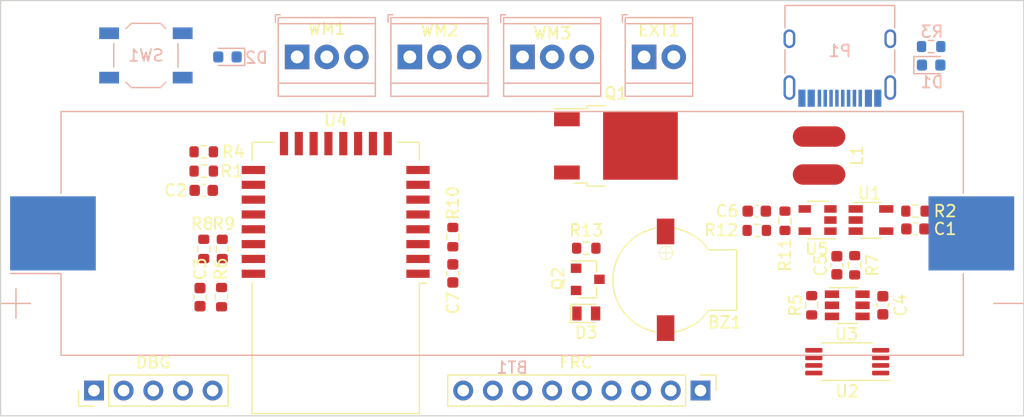
<source format=kicad_pcb>
(kicad_pcb (version 20171130) (host pcbnew "(5.1.12)-1")

  (general
    (thickness 1.6)
    (drawings 4)
    (tracks 0)
    (zones 0)
    (modules 45)
    (nets 51)
  )

  (page A4)
  (layers
    (0 F.Cu signal)
    (31 B.Cu signal)
    (32 B.Adhes user)
    (33 F.Adhes user)
    (34 B.Paste user)
    (35 F.Paste user)
    (36 B.SilkS user)
    (37 F.SilkS user)
    (38 B.Mask user)
    (39 F.Mask user)
    (40 Dwgs.User user)
    (41 Cmts.User user)
    (42 Eco1.User user)
    (43 Eco2.User user)
    (44 Edge.Cuts user)
    (45 Margin user)
    (46 B.CrtYd user)
    (47 F.CrtYd user)
    (48 B.Fab user hide)
    (49 F.Fab user hide)
  )

  (setup
    (last_trace_width 0.25)
    (user_trace_width 0.5)
    (user_trace_width 1)
    (user_trace_width 2)
    (trace_clearance 0.2)
    (zone_clearance 0.2)
    (zone_45_only no)
    (trace_min 0.2)
    (via_size 0.8)
    (via_drill 0.4)
    (via_min_size 0.4)
    (via_min_drill 0.3)
    (uvia_size 0.3)
    (uvia_drill 0.1)
    (uvias_allowed no)
    (uvia_min_size 0.2)
    (uvia_min_drill 0.1)
    (edge_width 0.05)
    (segment_width 0.2)
    (pcb_text_width 0.3)
    (pcb_text_size 1.5 1.5)
    (mod_edge_width 0.12)
    (mod_text_size 1 1)
    (mod_text_width 0.15)
    (pad_size 4.4 4.4)
    (pad_drill 2.2)
    (pad_to_mask_clearance 0)
    (aux_axis_origin 0 0)
    (visible_elements 7FFFBF7F)
    (pcbplotparams
      (layerselection 0x010fc_ffffffff)
      (usegerberextensions true)
      (usegerberattributes false)
      (usegerberadvancedattributes false)
      (creategerberjobfile false)
      (excludeedgelayer true)
      (linewidth 0.100000)
      (plotframeref false)
      (viasonmask false)
      (mode 1)
      (useauxorigin false)
      (hpglpennumber 1)
      (hpglpenspeed 20)
      (hpglpendiameter 15.000000)
      (psnegative false)
      (psa4output false)
      (plotreference true)
      (plotvalue false)
      (plotinvisibletext false)
      (padsonsilk false)
      (subtractmaskfromsilk true)
      (outputformat 1)
      (mirror false)
      (drillshape 0)
      (scaleselection 1)
      (outputdirectory "Jlcpcb"))
  )

  (net 0 "")
  (net 1 +BATT)
  (net 2 "Net-(BT1-Pad2)")
  (net 3 +5V)
  (net 4 "Net-(BZ1-Pad2)")
  (net 5 GND)
  (net 6 /KEY)
  (net 7 +3V3)
  (net 8 "Net-(D1-Pad1)")
  (net 9 "Net-(D1-Pad2)")
  (net 10 /P2.0)
  (net 11 /P1.5)
  (net 12 /P1.4)
  (net 13 /P1.3)
  (net 14 /P1.2)
  (net 15 /P1.1)
  (net 16 /P1.0)
  (net 17 /P0.7)
  (net 18 /CAPTURE0)
  (net 19 /CAPTURE1)
  (net 20 /CAPTURE2)
  (net 21 /RESET)
  (net 22 /DC)
  (net 23 /DD)
  (net 24 "Net-(L1-Pad1)")
  (net 25 "Net-(Q2-Pad1)")
  (net 26 "Net-(R1-Pad2)")
  (net 27 "Net-(R2-Pad2)")
  (net 28 /BAT_ADC)
  (net 29 /BUZZER)
  (net 30 /EXT_LOAD)
  (net 31 "Net-(U2-Pad4)")
  (net 32 "Net-(C3-Pad2)")
  (net 33 "Net-(C4-Pad1)")
  (net 34 "Net-(D2-Pad2)")
  (net 35 /LED)
  (net 36 "Net-(R5-Pad2)")
  (net 37 "Net-(R11-Pad2)")
  (net 38 "Net-(EXT1-Pad1)")
  (net 39 "Net-(U2-Pad1)")
  (net 40 "Net-(U2-Pad5)")
  (net 41 "Net-(U3-Pad4)")
  (net 42 "Net-(U4-Pad9)")
  (net 43 "Net-(U4-Pad8)")
  (net 44 /P1.6)
  (net 45 "Net-(P1-PadA6)")
  (net 46 "Net-(P1-PadB5)")
  (net 47 "Net-(P1-PadA8)")
  (net 48 "Net-(P1-PadA7)")
  (net 49 "Net-(P1-PadA5)")
  (net 50 "Net-(P1-PadB8)")

  (net_class Default "Это класс цепей по умолчанию."
    (clearance 0.2)
    (trace_width 0.25)
    (via_dia 0.8)
    (via_drill 0.4)
    (uvia_dia 0.3)
    (uvia_drill 0.1)
    (add_net +3V3)
    (add_net +5V)
    (add_net +BATT)
    (add_net /BAT_ADC)
    (add_net /BUZZER)
    (add_net /CAPTURE0)
    (add_net /CAPTURE1)
    (add_net /CAPTURE2)
    (add_net /DC)
    (add_net /DD)
    (add_net /EXT_LOAD)
    (add_net /KEY)
    (add_net /LED)
    (add_net /P0.7)
    (add_net /P1.0)
    (add_net /P1.1)
    (add_net /P1.2)
    (add_net /P1.3)
    (add_net /P1.4)
    (add_net /P1.5)
    (add_net /P1.6)
    (add_net /P2.0)
    (add_net /RESET)
    (add_net GND)
    (add_net "Net-(BT1-Pad2)")
    (add_net "Net-(BZ1-Pad2)")
    (add_net "Net-(C3-Pad2)")
    (add_net "Net-(C4-Pad1)")
    (add_net "Net-(D1-Pad1)")
    (add_net "Net-(D1-Pad2)")
    (add_net "Net-(D2-Pad2)")
    (add_net "Net-(EXT1-Pad1)")
    (add_net "Net-(L1-Pad1)")
    (add_net "Net-(P1-PadA5)")
    (add_net "Net-(P1-PadA6)")
    (add_net "Net-(P1-PadA7)")
    (add_net "Net-(P1-PadA8)")
    (add_net "Net-(P1-PadB5)")
    (add_net "Net-(P1-PadB8)")
    (add_net "Net-(Q2-Pad1)")
    (add_net "Net-(R1-Pad2)")
    (add_net "Net-(R11-Pad2)")
    (add_net "Net-(R2-Pad2)")
    (add_net "Net-(R5-Pad2)")
    (add_net "Net-(U2-Pad1)")
    (add_net "Net-(U2-Pad4)")
    (add_net "Net-(U2-Pad5)")
    (add_net "Net-(U3-Pad4)")
    (add_net "Net-(U4-Pad8)")
    (add_net "Net-(U4-Pad9)")
  )

  (module Button_Switch_SMD:SW_SPST_TL3342 (layer B.Cu) (tedit 5A02FC95) (tstamp 62AB751E)
    (at 101.346 96.647 180)
    (descr "Low-profile SMD Tactile Switch, https://www.e-switch.com/system/asset/product_line/data_sheet/165/TL3342.pdf")
    (tags "SPST Tactile Switch")
    (path /629FAF4A)
    (attr smd)
    (fp_text reference SW1 (at 0 0 180) (layer B.SilkS)
      (effects (font (size 1 1) (thickness 0.15)) (justify mirror))
    )
    (fp_text value SW_Push (at 0 -3.75 180) (layer B.Fab)
      (effects (font (size 1 1) (thickness 0.15)) (justify mirror))
    )
    (fp_circle (center 0 0) (end 1 0) (layer B.Fab) (width 0.1))
    (fp_line (start -4.25 -3) (end -4.25 3) (layer B.CrtYd) (width 0.05))
    (fp_line (start 4.25 -3) (end -4.25 -3) (layer B.CrtYd) (width 0.05))
    (fp_line (start 4.25 3) (end 4.25 -3) (layer B.CrtYd) (width 0.05))
    (fp_line (start -4.25 3) (end 4.25 3) (layer B.CrtYd) (width 0.05))
    (fp_line (start -1.2 2.6) (end -2.6 1.2) (layer B.Fab) (width 0.1))
    (fp_line (start 1.2 2.6) (end -1.2 2.6) (layer B.Fab) (width 0.1))
    (fp_line (start 2.6 1.2) (end 1.2 2.6) (layer B.Fab) (width 0.1))
    (fp_line (start 2.6 -1.2) (end 2.6 1.2) (layer B.Fab) (width 0.1))
    (fp_line (start 1.2 -2.6) (end 2.6 -1.2) (layer B.Fab) (width 0.1))
    (fp_line (start -1.2 -2.6) (end 1.2 -2.6) (layer B.Fab) (width 0.1))
    (fp_line (start -2.6 -1.2) (end -1.2 -2.6) (layer B.Fab) (width 0.1))
    (fp_line (start -2.6 1.2) (end -2.6 -1.2) (layer B.Fab) (width 0.1))
    (fp_line (start -1.25 2.75) (end 1.25 2.75) (layer B.SilkS) (width 0.12))
    (fp_line (start -2.75 1) (end -2.75 -1) (layer B.SilkS) (width 0.12))
    (fp_line (start -1.25 -2.75) (end 1.25 -2.75) (layer B.SilkS) (width 0.12))
    (fp_line (start 2.75 1) (end 2.75 -1) (layer B.SilkS) (width 0.12))
    (fp_line (start -2 -1) (end -2 1) (layer B.Fab) (width 0.1))
    (fp_line (start -1 -2) (end -2 -1) (layer B.Fab) (width 0.1))
    (fp_line (start 1 -2) (end -1 -2) (layer B.Fab) (width 0.1))
    (fp_line (start 2 -1) (end 1 -2) (layer B.Fab) (width 0.1))
    (fp_line (start 2 1) (end 2 -1) (layer B.Fab) (width 0.1))
    (fp_line (start 1 2) (end 2 1) (layer B.Fab) (width 0.1))
    (fp_line (start -1 2) (end 1 2) (layer B.Fab) (width 0.1))
    (fp_line (start -2 1) (end -1 2) (layer B.Fab) (width 0.1))
    (fp_line (start -1.7 2.3) (end -1.25 2.75) (layer B.SilkS) (width 0.12))
    (fp_line (start 1.7 2.3) (end 1.25 2.75) (layer B.SilkS) (width 0.12))
    (fp_line (start 1.7 -2.3) (end 1.25 -2.75) (layer B.SilkS) (width 0.12))
    (fp_line (start -1.7 -2.3) (end -1.25 -2.75) (layer B.SilkS) (width 0.12))
    (fp_line (start 3.2 -1.6) (end 2.2 -1.6) (layer B.Fab) (width 0.1))
    (fp_line (start 2.7 -2.1) (end 2.7 -1.6) (layer B.Fab) (width 0.1))
    (fp_line (start 1.7 -2.1) (end 3.2 -2.1) (layer B.Fab) (width 0.1))
    (fp_line (start -1.7 -2.1) (end -3.2 -2.1) (layer B.Fab) (width 0.1))
    (fp_line (start -3.2 -1.6) (end -2.2 -1.6) (layer B.Fab) (width 0.1))
    (fp_line (start -2.7 -2.1) (end -2.7 -1.6) (layer B.Fab) (width 0.1))
    (fp_line (start -3.2 1.6) (end -2.2 1.6) (layer B.Fab) (width 0.1))
    (fp_line (start -1.7 2.1) (end -3.2 2.1) (layer B.Fab) (width 0.1))
    (fp_line (start -2.7 2.1) (end -2.7 1.6) (layer B.Fab) (width 0.1))
    (fp_line (start 3.2 1.6) (end 2.2 1.6) (layer B.Fab) (width 0.1))
    (fp_line (start 1.7 2.1) (end 3.2 2.1) (layer B.Fab) (width 0.1))
    (fp_line (start 2.7 2.1) (end 2.7 1.6) (layer B.Fab) (width 0.1))
    (fp_line (start -3.2 2.1) (end -3.2 1.6) (layer B.Fab) (width 0.1))
    (fp_line (start -3.2 -2.1) (end -3.2 -1.6) (layer B.Fab) (width 0.1))
    (fp_line (start 3.2 2.1) (end 3.2 1.6) (layer B.Fab) (width 0.1))
    (fp_line (start 3.2 -2.1) (end 3.2 -1.6) (layer B.Fab) (width 0.1))
    (fp_text user %R (at 0 3.75 180) (layer B.Fab)
      (effects (font (size 1 1) (thickness 0.15)) (justify mirror))
    )
    (pad 1 smd rect (at -3.15 1.9 180) (size 1.7 1) (layers B.Cu B.Paste B.Mask)
      (net 26 "Net-(R1-Pad2)"))
    (pad 1 smd rect (at 3.15 1.9 180) (size 1.7 1) (layers B.Cu B.Paste B.Mask)
      (net 26 "Net-(R1-Pad2)"))
    (pad 2 smd rect (at -3.15 -1.9 180) (size 1.7 1) (layers B.Cu B.Paste B.Mask)
      (net 6 /KEY))
    (pad 2 smd rect (at 3.15 -1.9 180) (size 1.7 1) (layers B.Cu B.Paste B.Mask)
      (net 6 /KEY))
    (model ${KISYS3DMOD}/Button_Switch_SMD.3dshapes/SW_SPST_TL3342.wrl
      (at (xyz 0 0 0))
      (scale (xyz 1 1 1))
      (rotate (xyz 0 0 0))
    )
  )

  (module Battery:BatteryHolder_Blossom_1042_1x18650 (layer B.Cu) (tedit 62ACA913) (tstamp 62AD098E)
    (at 132.715 111.887)
    (descr "Battery holder for 18650 cylindrical cells http://www.keyelco.com/product.cfm/product_id/918")
    (tags "18650 Keystone 1042 Li-ion")
    (path /629F95F0)
    (attr smd)
    (fp_text reference BT1 (at 0 11.5) (layer B.SilkS)
      (effects (font (size 1 1) (thickness 0.15)) (justify mirror))
    )
    (fp_text value BAT (at 0 -11.3) (layer B.Fab)
      (effects (font (size 1 1) (thickness 0.15)) (justify mirror))
    )
    (fp_line (start -42.5 4.75) (end -42.5 7.25) (layer B.SilkS) (width 0.12))
    (fp_line (start -43.75 6) (end -41.25 6) (layer B.SilkS) (width 0.12))
    (fp_line (start -39.03 -3.68) (end -43.5 -3.68) (layer B.CrtYd) (width 0.05))
    (fp_line (start -43.5 -3.68) (end -43.5 3.68) (layer B.CrtYd) (width 0.05))
    (fp_line (start -43.5 3.68) (end -39.03 3.68) (layer B.CrtYd) (width 0.05))
    (fp_line (start 43.5 3.68) (end 39.03 3.68) (layer B.CrtYd) (width 0.05))
    (fp_line (start 39.03 -3.68) (end 43.5 -3.68) (layer B.CrtYd) (width 0.05))
    (fp_line (start -39.03 10.83) (end -39.03 3.68) (layer B.CrtYd) (width 0.05))
    (fp_line (start -39.03 -10.83) (end -39.03 -3.68) (layer B.CrtYd) (width 0.05))
    (fp_line (start 39.03 10.83) (end 39.03 3.68) (layer B.CrtYd) (width 0.05))
    (fp_line (start -39.03 10.83) (end 39.03 10.83) (layer B.CrtYd) (width 0.05))
    (fp_line (start -39.03 -10.83) (end 39.03 -10.83) (layer B.CrtYd) (width 0.05))
    (fp_line (start 38.53 10.33) (end 38.53 -10.33) (layer B.Fab) (width 0.1))
    (fp_line (start -33.3675 10.33) (end 38.53 10.33) (layer B.Fab) (width 0.1))
    (fp_line (start 43.75 6) (end 41.25 6) (layer B.SilkS) (width 0.12))
    (fp_line (start -38.53 5.1675) (end -38.53 -10.33) (layer B.Fab) (width 0.1))
    (fp_line (start -38.53 -10.33) (end 38.53 -10.33) (layer B.Fab) (width 0.1))
    (fp_line (start 38.64 3.44) (end 38.64 10.42) (layer B.SilkS) (width 0.12))
    (fp_line (start 38.64 10.44) (end -38.64 10.44) (layer B.SilkS) (width 0.12))
    (fp_line (start -38.64 10.44) (end -38.64 3.44) (layer B.SilkS) (width 0.12))
    (fp_line (start 38.64 -3.44) (end 38.64 -10.44) (layer B.SilkS) (width 0.12))
    (fp_line (start 38.64 -10.44) (end -38.64 -10.44) (layer B.SilkS) (width 0.12))
    (fp_line (start -38.64 -10.44) (end -38.64 -3.44) (layer B.SilkS) (width 0.12))
    (fp_line (start 39.03 -10.83) (end 39.03 -3.68) (layer B.CrtYd) (width 0.05))
    (fp_line (start 43.5 -3.68) (end 43.5 3.68) (layer B.CrtYd) (width 0.05))
    (fp_line (start -38.64 3.44) (end -43 3.44) (layer B.SilkS) (width 0.12))
    (fp_line (start -33.3675 10.33) (end -38.53 5.1675) (layer B.Fab) (width 0.1))
    (fp_text user %R (at 0 0) (layer B.Fab)
      (effects (font (size 1 1) (thickness 0.15)) (justify mirror))
    )
    (pad 1 smd rect (at -39.33 0) (size 7.34 6.35) (layers B.Cu B.Paste B.Mask)
      (net 1 +BATT))
    (pad 2 smd rect (at 39.33 0) (size 7.34 6.35) (layers B.Cu B.Paste B.Mask)
      (net 2 "Net-(BT1-Pad2)"))
    (pad "" np_thru_hole circle (at -35.93 8) (size 2.39 2.39) (drill 2.39) (layers *.Cu *.Mask))
  )

  (module Buzzer_Beeper:MLT-9032 (layer F.Cu) (tedit 62AF0D0F) (tstamp 62AF676C)
    (at 145.8595 115.8875 90)
    (path /62B001E4)
    (fp_text reference BZ1 (at -3.6195 5.08 180) (layer F.SilkS)
      (effects (font (size 1 1) (thickness 0.15)))
    )
    (fp_text value Buzzer (at 0 -7.874 90) (layer F.Fab)
      (effects (font (size 1 1) (thickness 0.15)))
    )
    (fp_line (start 2.3368 -0.5334) (end 2.3368 0.5588) (layer F.SilkS) (width 0.05))
    (fp_line (start 1.757034 0.0254) (end 2.916566 0.0254) (layer F.SilkS) (width 0.05))
    (fp_circle (center 2.3368 0.0254) (end 2.916566 0.0254) (layer F.SilkS) (width 0.05))
    (fp_line (start 2.590799 3.682999) (end 2.5908 6.096) (layer F.SilkS) (width 0.12))
    (fp_line (start -2.591306 3.701864) (end -2.5908 6.096) (layer F.SilkS) (width 0.12))
    (fp_line (start -2.5908 6.096) (end 2.5908 6.096) (layer F.SilkS) (width 0.12))
    (fp_line (start -2.738787 3.737036) (end -2.7432 6.223) (layer Dwgs.User) (width 0.05))
    (fp_line (start 2.7432 3.7338) (end 2.7432 6.223) (layer Dwgs.User) (width 0.05))
    (fp_line (start -2.7432 6.223) (end 2.7432 6.223) (layer Dwgs.User) (width 0.05))
    (fp_arc (start 0 0) (end 2.590799 3.682999) (angle -44.54449123) (layer F.SilkS) (width 0.12))
    (fp_arc (start 0 0) (end -4.444999 0.812799) (angle -44.6455207) (layer F.SilkS) (width 0.12))
    (fp_arc (start 0 0) (end 4.444999 -0.812799) (angle -159.2750818) (layer F.SilkS) (width 0.12))
    (fp_arc (start 0 0) (end 2.743199 3.733799) (angle -287.5) (layer Dwgs.User) (width 0.05))
    (pad 2 smd rect (at -4.1148 0 90) (size 2.2 1.5) (layers F.Cu F.Paste F.Mask)
      (net 4 "Net-(BZ1-Pad2)"))
    (pad 1 smd rect (at 4.1656 0 90) (size 2.2 1.5) (layers F.Cu F.Paste F.Mask)
      (net 1 +BATT))
  )

  (module Connector_PinHeader_2.54mm:PinHeader_1x05_P2.54mm_Vertical (layer F.Cu) (tedit 59FED5CC) (tstamp 62AB73A7)
    (at 96.901 125.349 90)
    (descr "Through hole straight pin header, 1x05, 2.54mm pitch, single row")
    (tags "Through hole pin header THT 1x05 2.54mm single row")
    (path /62A004F1)
    (fp_text reference DBG (at 2.413 5.08) (layer F.SilkS)
      (effects (font (size 1 1) (thickness 0.15)))
    )
    (fp_text value DEBUG (at 0 12.49 90) (layer F.Fab)
      (effects (font (size 1 1) (thickness 0.15)))
    )
    (fp_line (start 1.8 -1.8) (end -1.8 -1.8) (layer F.CrtYd) (width 0.05))
    (fp_line (start 1.8 11.95) (end 1.8 -1.8) (layer F.CrtYd) (width 0.05))
    (fp_line (start -1.8 11.95) (end 1.8 11.95) (layer F.CrtYd) (width 0.05))
    (fp_line (start -1.8 -1.8) (end -1.8 11.95) (layer F.CrtYd) (width 0.05))
    (fp_line (start -1.33 -1.33) (end 0 -1.33) (layer F.SilkS) (width 0.12))
    (fp_line (start -1.33 0) (end -1.33 -1.33) (layer F.SilkS) (width 0.12))
    (fp_line (start -1.33 1.27) (end 1.33 1.27) (layer F.SilkS) (width 0.12))
    (fp_line (start 1.33 1.27) (end 1.33 11.49) (layer F.SilkS) (width 0.12))
    (fp_line (start -1.33 1.27) (end -1.33 11.49) (layer F.SilkS) (width 0.12))
    (fp_line (start -1.33 11.49) (end 1.33 11.49) (layer F.SilkS) (width 0.12))
    (fp_line (start -1.27 -0.635) (end -0.635 -1.27) (layer F.Fab) (width 0.1))
    (fp_line (start -1.27 11.43) (end -1.27 -0.635) (layer F.Fab) (width 0.1))
    (fp_line (start 1.27 11.43) (end -1.27 11.43) (layer F.Fab) (width 0.1))
    (fp_line (start 1.27 -1.27) (end 1.27 11.43) (layer F.Fab) (width 0.1))
    (fp_line (start -0.635 -1.27) (end 1.27 -1.27) (layer F.Fab) (width 0.1))
    (fp_text user %R (at 0 5.08) (layer F.Fab)
      (effects (font (size 1 1) (thickness 0.15)))
    )
    (pad 1 thru_hole rect (at 0 0 90) (size 1.7 1.7) (drill 1) (layers *.Cu *.Mask)
      (net 5 GND))
    (pad 2 thru_hole oval (at 0 2.54 90) (size 1.7 1.7) (drill 1) (layers *.Cu *.Mask)
      (net 21 /RESET))
    (pad 3 thru_hole oval (at 0 5.08 90) (size 1.7 1.7) (drill 1) (layers *.Cu *.Mask)
      (net 22 /DC))
    (pad 4 thru_hole oval (at 0 7.62 90) (size 1.7 1.7) (drill 1) (layers *.Cu *.Mask)
      (net 23 /DD))
    (pad 5 thru_hole oval (at 0 10.16 90) (size 1.7 1.7) (drill 1) (layers *.Cu *.Mask)
      (net 7 +3V3))
    (model ${KISYS3DMOD}/Connector_PinHeader_2.54mm.3dshapes/PinHeader_1x05_P2.54mm_Vertical.wrl
      (at (xyz 0 0 0))
      (scale (xyz 1 1 1))
      (rotate (xyz 0 0 0))
    )
  )

  (module Package_TO_SOT_SMD:TO-252-2 (layer F.Cu) (tedit 5A70A390) (tstamp 62B14835)
    (at 141.605 104.394)
    (descr "TO-252 / DPAK SMD package, http://www.infineon.com/cms/en/product/packages/PG-TO252/PG-TO252-3-1/")
    (tags "DPAK TO-252 DPAK-3 TO-252-3 SOT-428")
    (path /62CE3546)
    (attr smd)
    (fp_text reference Q1 (at 0 -4.5) (layer F.SilkS)
      (effects (font (size 1 1) (thickness 0.15)))
    )
    (fp_text value Q_NMOS_DGS (at 0 4.5) (layer F.Fab)
      (effects (font (size 1 1) (thickness 0.15)))
    )
    (fp_line (start 5.55 -3.5) (end -5.55 -3.5) (layer F.CrtYd) (width 0.05))
    (fp_line (start 5.55 3.5) (end 5.55 -3.5) (layer F.CrtYd) (width 0.05))
    (fp_line (start -5.55 3.5) (end 5.55 3.5) (layer F.CrtYd) (width 0.05))
    (fp_line (start -5.55 -3.5) (end -5.55 3.5) (layer F.CrtYd) (width 0.05))
    (fp_line (start -2.47 3.18) (end -3.57 3.18) (layer F.SilkS) (width 0.12))
    (fp_line (start -2.47 3.45) (end -2.47 3.18) (layer F.SilkS) (width 0.12))
    (fp_line (start -0.97 3.45) (end -2.47 3.45) (layer F.SilkS) (width 0.12))
    (fp_line (start -2.47 -3.18) (end -5.3 -3.18) (layer F.SilkS) (width 0.12))
    (fp_line (start -2.47 -3.45) (end -2.47 -3.18) (layer F.SilkS) (width 0.12))
    (fp_line (start -0.97 -3.45) (end -2.47 -3.45) (layer F.SilkS) (width 0.12))
    (fp_line (start -4.97 2.655) (end -2.27 2.655) (layer F.Fab) (width 0.1))
    (fp_line (start -4.97 1.905) (end -4.97 2.655) (layer F.Fab) (width 0.1))
    (fp_line (start -2.27 1.905) (end -4.97 1.905) (layer F.Fab) (width 0.1))
    (fp_line (start -4.97 -1.905) (end -2.27 -1.905) (layer F.Fab) (width 0.1))
    (fp_line (start -4.97 -2.655) (end -4.97 -1.905) (layer F.Fab) (width 0.1))
    (fp_line (start -1.865 -2.655) (end -4.97 -2.655) (layer F.Fab) (width 0.1))
    (fp_line (start -1.27 -3.25) (end 3.95 -3.25) (layer F.Fab) (width 0.1))
    (fp_line (start -2.27 -2.25) (end -1.27 -3.25) (layer F.Fab) (width 0.1))
    (fp_line (start -2.27 3.25) (end -2.27 -2.25) (layer F.Fab) (width 0.1))
    (fp_line (start 3.95 3.25) (end -2.27 3.25) (layer F.Fab) (width 0.1))
    (fp_line (start 3.95 -3.25) (end 3.95 3.25) (layer F.Fab) (width 0.1))
    (fp_line (start 4.95 2.7) (end 3.95 2.7) (layer F.Fab) (width 0.1))
    (fp_line (start 4.95 -2.7) (end 4.95 2.7) (layer F.Fab) (width 0.1))
    (fp_line (start 3.95 -2.7) (end 4.95 -2.7) (layer F.Fab) (width 0.1))
    (fp_text user %R (at 0 0) (layer F.Fab)
      (effects (font (size 1 1) (thickness 0.15)))
    )
    (pad 1 smd rect (at -4.2 -2.28) (size 2.2 1.2) (layers F.Cu F.Paste F.Mask)
      (net 30 /EXT_LOAD))
    (pad 3 smd rect (at -4.2 2.28) (size 2.2 1.2) (layers F.Cu F.Paste F.Mask)
      (net 5 GND))
    (pad 2 smd rect (at 2.1 0) (size 6.4 5.8) (layers F.Cu F.Mask)
      (net 38 "Net-(EXT1-Pad1)"))
    (pad "" smd rect (at 3.775 1.525) (size 3.05 2.75) (layers F.Paste))
    (pad "" smd rect (at 0.425 -1.525) (size 3.05 2.75) (layers F.Paste))
    (pad "" smd rect (at 3.775 -1.525) (size 3.05 2.75) (layers F.Paste))
    (pad "" smd rect (at 0.425 1.525) (size 3.05 2.75) (layers F.Paste))
    (model ${KISYS3DMOD}/Package_TO_SOT_SMD.3dshapes/TO-252-2.wrl
      (at (xyz 0 0 0))
      (scale (xyz 1 1 1))
      (rotate (xyz 0 0 0))
    )
  )

  (module Inductor_SMD:CD43 (layer F.Cu) (tedit 568A2D8F) (tstamp 62AB73B8)
    (at 159.004 105.2195 90)
    (path /62B33355)
    (attr smd)
    (fp_text reference L1 (at 0 3.2385 270) (layer F.SilkS)
      (effects (font (size 1 1) (thickness 0.15)))
    )
    (fp_text value 2.2uH (at 0.0762 -5.3975 270) (layer F.Fab)
      (effects (font (size 1 1) (thickness 0.15)))
    )
    (fp_circle (center 0 0) (end 2.25 0) (layer F.Fab) (width 0.15))
    (pad 1 smd oval (at -1.625 0 90) (size 1.75 4.5) (layers F.Cu F.Paste F.Mask)
      (net 24 "Net-(L1-Pad1)"))
    (pad 2 smd oval (at 1.625 0 90) (size 1.75 4.5) (layers F.Cu F.Paste F.Mask)
      (net 7 +3V3))
  )

  (module TerminalBlock_TE-Connectivity:TerminalBlock_TE_282834-2_1x02_P2.54mm_Horizontal (layer B.Cu) (tedit 5B1EC513) (tstamp 62AB738E)
    (at 144.018 96.774)
    (descr "Terminal Block TE 282834-2, 2 pins, pitch 2.54mm, size 5.54x6.5mm^2, drill diamater 1.1mm, pad diameter 2.1mm, see http://www.te.com/commerce/DocumentDelivery/DDEController?Action=showdoc&DocId=Customer+Drawing%7F282834%7FC1%7Fpdf%7FEnglish%7FENG_CD_282834_C1.pdf, script-generated using https://github.com/pointhi/kicad-footprint-generator/scripts/TerminalBlock_TE-Connectivity")
    (tags "THT Terminal Block TE 282834-2 pitch 2.54mm size 5.54x6.5mm^2 drill 1.1mm pad 2.1mm")
    (path /62B1C27B)
    (fp_text reference EXT1 (at 1.27 -2.286) (layer F.SilkS)
      (effects (font (size 1 1) (thickness 0.15)))
    )
    (fp_text value "External Load" (at 1.27 -4.37) (layer B.Fab)
      (effects (font (size 1 1) (thickness 0.15)) (justify mirror))
    )
    (fp_circle (center 0 0) (end 1.1 0) (layer B.Fab) (width 0.1))
    (fp_circle (center 2.54 0) (end 3.64 0) (layer B.Fab) (width 0.1))
    (fp_line (start -1.5 3.25) (end 4.04 3.25) (layer B.Fab) (width 0.1))
    (fp_line (start 4.04 3.25) (end 4.04 -3.25) (layer B.Fab) (width 0.1))
    (fp_line (start 4.04 -3.25) (end -1.1 -3.25) (layer B.Fab) (width 0.1))
    (fp_line (start -1.1 -3.25) (end -1.5 -2.85) (layer B.Fab) (width 0.1))
    (fp_line (start -1.5 -2.85) (end -1.5 3.25) (layer B.Fab) (width 0.1))
    (fp_line (start -1.5 -2.85) (end 4.04 -2.85) (layer B.Fab) (width 0.1))
    (fp_line (start -1.62 -2.85) (end 4.16 -2.85) (layer B.SilkS) (width 0.12))
    (fp_line (start -1.5 2.25) (end 4.04 2.25) (layer B.Fab) (width 0.1))
    (fp_line (start -1.62 2.25) (end 4.16 2.25) (layer B.SilkS) (width 0.12))
    (fp_line (start -1.62 3.37) (end 4.16 3.37) (layer B.SilkS) (width 0.12))
    (fp_line (start -1.62 -3.37) (end 4.16 -3.37) (layer B.SilkS) (width 0.12))
    (fp_line (start -1.62 3.37) (end -1.62 -3.37) (layer B.SilkS) (width 0.12))
    (fp_line (start 4.16 3.37) (end 4.16 -3.37) (layer B.SilkS) (width 0.12))
    (fp_line (start 0.835 0.7) (end -0.701 -0.835) (layer B.Fab) (width 0.1))
    (fp_line (start 0.701 0.835) (end -0.835 -0.7) (layer B.Fab) (width 0.1))
    (fp_line (start 3.375 0.7) (end 1.84 -0.835) (layer B.Fab) (width 0.1))
    (fp_line (start 3.241 0.835) (end 1.706 -0.7) (layer B.Fab) (width 0.1))
    (fp_line (start -1.86 -2.97) (end -1.86 -3.61) (layer B.SilkS) (width 0.12))
    (fp_line (start -1.86 -3.61) (end -1.46 -3.61) (layer B.SilkS) (width 0.12))
    (fp_line (start -2 3.75) (end -2 -3.75) (layer B.CrtYd) (width 0.05))
    (fp_line (start -2 -3.75) (end 4.54 -3.75) (layer B.CrtYd) (width 0.05))
    (fp_line (start 4.54 -3.75) (end 4.54 3.75) (layer B.CrtYd) (width 0.05))
    (fp_line (start 4.54 3.75) (end -2 3.75) (layer B.CrtYd) (width 0.05))
    (fp_text user %R (at 1.27 -2) (layer B.Fab)
      (effects (font (size 1 1) (thickness 0.15)) (justify mirror))
    )
    (pad 2 thru_hole circle (at 2.54 0) (size 2.1 2.1) (drill 1.1) (layers *.Cu *.Mask)
      (net 5 GND))
    (pad 1 thru_hole rect (at 0 0) (size 2.1 2.1) (drill 1.1) (layers *.Cu *.Mask)
      (net 38 "Net-(EXT1-Pad1)"))
    (model ${KISYS3DMOD}/TerminalBlock_TE-Connectivity.3dshapes/TerminalBlock_TE_282834-2_1x02_P2.54mm_Horizontal.wrl
      (at (xyz 0 0 0))
      (scale (xyz 1 1 1))
      (rotate (xyz 0 0 0))
    )
  )

  (module Capacitor_SMD:C_0603_1608Metric (layer F.Cu) (tedit 5F68FEEE) (tstamp 62AB7233)
    (at 167.259 111.506 180)
    (descr "Capacitor SMD 0603 (1608 Metric), square (rectangular) end terminal, IPC_7351 nominal, (Body size source: IPC-SM-782 page 76, https://www.pcb-3d.com/wordpress/wp-content/uploads/ipc-sm-782a_amendment_1_and_2.pdf), generated with kicad-footprint-generator")
    (tags capacitor)
    (path /62A5B610)
    (attr smd)
    (fp_text reference C1 (at -2.54 0) (layer F.SilkS)
      (effects (font (size 1 1) (thickness 0.15)))
    )
    (fp_text value 1uF (at 0 1.43) (layer F.Fab)
      (effects (font (size 1 1) (thickness 0.15)))
    )
    (fp_line (start -0.8 0.4) (end -0.8 -0.4) (layer F.Fab) (width 0.1))
    (fp_line (start -0.8 -0.4) (end 0.8 -0.4) (layer F.Fab) (width 0.1))
    (fp_line (start 0.8 -0.4) (end 0.8 0.4) (layer F.Fab) (width 0.1))
    (fp_line (start 0.8 0.4) (end -0.8 0.4) (layer F.Fab) (width 0.1))
    (fp_line (start -0.14058 -0.51) (end 0.14058 -0.51) (layer F.SilkS) (width 0.12))
    (fp_line (start -0.14058 0.51) (end 0.14058 0.51) (layer F.SilkS) (width 0.12))
    (fp_line (start -1.48 0.73) (end -1.48 -0.73) (layer F.CrtYd) (width 0.05))
    (fp_line (start -1.48 -0.73) (end 1.48 -0.73) (layer F.CrtYd) (width 0.05))
    (fp_line (start 1.48 -0.73) (end 1.48 0.73) (layer F.CrtYd) (width 0.05))
    (fp_line (start 1.48 0.73) (end -1.48 0.73) (layer F.CrtYd) (width 0.05))
    (fp_text user %R (at 0 0) (layer F.Fab)
      (effects (font (size 0.4 0.4) (thickness 0.06)))
    )
    (pad 2 smd roundrect (at 0.775 0 180) (size 0.9 0.95) (layers F.Cu F.Paste F.Mask) (roundrect_rratio 0.25)
      (net 3 +5V))
    (pad 1 smd roundrect (at -0.775 0 180) (size 0.9 0.95) (layers F.Cu F.Paste F.Mask) (roundrect_rratio 0.25)
      (net 5 GND))
    (model ${KISYS3DMOD}/Capacitor_SMD.3dshapes/C_0603_1608Metric.wrl
      (at (xyz 0 0 0))
      (scale (xyz 1 1 1))
      (rotate (xyz 0 0 0))
    )
  )

  (module Capacitor_SMD:C_0603_1608Metric (layer F.Cu) (tedit 5F68FEEE) (tstamp 62AB7244)
    (at 106.299 108.204 180)
    (descr "Capacitor SMD 0603 (1608 Metric), square (rectangular) end terminal, IPC_7351 nominal, (Body size source: IPC-SM-782 page 76, https://www.pcb-3d.com/wordpress/wp-content/uploads/ipc-sm-782a_amendment_1_and_2.pdf), generated with kicad-footprint-generator")
    (tags capacitor)
    (path /62A44144)
    (attr smd)
    (fp_text reference C2 (at 2.413 0 180) (layer F.SilkS)
      (effects (font (size 1 1) (thickness 0.15)))
    )
    (fp_text value 100nF (at 0 1.43) (layer F.Fab)
      (effects (font (size 1 1) (thickness 0.15)))
    )
    (fp_line (start -0.8 0.4) (end -0.8 -0.4) (layer F.Fab) (width 0.1))
    (fp_line (start -0.8 -0.4) (end 0.8 -0.4) (layer F.Fab) (width 0.1))
    (fp_line (start 0.8 -0.4) (end 0.8 0.4) (layer F.Fab) (width 0.1))
    (fp_line (start 0.8 0.4) (end -0.8 0.4) (layer F.Fab) (width 0.1))
    (fp_line (start -0.14058 -0.51) (end 0.14058 -0.51) (layer F.SilkS) (width 0.12))
    (fp_line (start -0.14058 0.51) (end 0.14058 0.51) (layer F.SilkS) (width 0.12))
    (fp_line (start -1.48 0.73) (end -1.48 -0.73) (layer F.CrtYd) (width 0.05))
    (fp_line (start -1.48 -0.73) (end 1.48 -0.73) (layer F.CrtYd) (width 0.05))
    (fp_line (start 1.48 -0.73) (end 1.48 0.73) (layer F.CrtYd) (width 0.05))
    (fp_line (start 1.48 0.73) (end -1.48 0.73) (layer F.CrtYd) (width 0.05))
    (fp_text user %R (at 0 0) (layer F.Fab)
      (effects (font (size 0.4 0.4) (thickness 0.06)))
    )
    (pad 2 smd roundrect (at 0.775 0 180) (size 0.9 0.95) (layers F.Cu F.Paste F.Mask) (roundrect_rratio 0.25)
      (net 5 GND))
    (pad 1 smd roundrect (at -0.775 0 180) (size 0.9 0.95) (layers F.Cu F.Paste F.Mask) (roundrect_rratio 0.25)
      (net 6 /KEY))
    (model ${KISYS3DMOD}/Capacitor_SMD.3dshapes/C_0603_1608Metric.wrl
      (at (xyz 0 0 0))
      (scale (xyz 1 1 1))
      (rotate (xyz 0 0 0))
    )
  )

  (module Capacitor_SMD:C_0603_1608Metric (layer F.Cu) (tedit 5F68FEEE) (tstamp 62AB7255)
    (at 164.465 118.0465 90)
    (descr "Capacitor SMD 0603 (1608 Metric), square (rectangular) end terminal, IPC_7351 nominal, (Body size source: IPC-SM-782 page 76, https://www.pcb-3d.com/wordpress/wp-content/uploads/ipc-sm-782a_amendment_1_and_2.pdf), generated with kicad-footprint-generator")
    (tags capacitor)
    (path /62C48B76)
    (attr smd)
    (fp_text reference C4 (at 0 1.524 90) (layer F.SilkS)
      (effects (font (size 1 1) (thickness 0.15)))
    )
    (fp_text value 100nF (at 0 1.43 90) (layer F.Fab)
      (effects (font (size 1 1) (thickness 0.15)))
    )
    (fp_line (start 1.48 0.73) (end -1.48 0.73) (layer F.CrtYd) (width 0.05))
    (fp_line (start 1.48 -0.73) (end 1.48 0.73) (layer F.CrtYd) (width 0.05))
    (fp_line (start -1.48 -0.73) (end 1.48 -0.73) (layer F.CrtYd) (width 0.05))
    (fp_line (start -1.48 0.73) (end -1.48 -0.73) (layer F.CrtYd) (width 0.05))
    (fp_line (start -0.14058 0.51) (end 0.14058 0.51) (layer F.SilkS) (width 0.12))
    (fp_line (start -0.14058 -0.51) (end 0.14058 -0.51) (layer F.SilkS) (width 0.12))
    (fp_line (start 0.8 0.4) (end -0.8 0.4) (layer F.Fab) (width 0.1))
    (fp_line (start 0.8 -0.4) (end 0.8 0.4) (layer F.Fab) (width 0.1))
    (fp_line (start -0.8 -0.4) (end 0.8 -0.4) (layer F.Fab) (width 0.1))
    (fp_line (start -0.8 0.4) (end -0.8 -0.4) (layer F.Fab) (width 0.1))
    (fp_text user %R (at 0 0 90) (layer F.Fab)
      (effects (font (size 0.4 0.4) (thickness 0.06)))
    )
    (pad 1 smd roundrect (at -0.775 0 90) (size 0.9 0.95) (layers F.Cu F.Paste F.Mask) (roundrect_rratio 0.25)
      (net 33 "Net-(C4-Pad1)"))
    (pad 2 smd roundrect (at 0.775 0 90) (size 0.9 0.95) (layers F.Cu F.Paste F.Mask) (roundrect_rratio 0.25)
      (net 2 "Net-(BT1-Pad2)"))
    (model ${KISYS3DMOD}/Capacitor_SMD.3dshapes/C_0603_1608Metric.wrl
      (at (xyz 0 0 0))
      (scale (xyz 1 1 1))
      (rotate (xyz 0 0 0))
    )
  )

  (module Capacitor_SMD:C_0603_1608Metric (layer F.Cu) (tedit 5F68FEEE) (tstamp 62AB7266)
    (at 105.9815 117.348 90)
    (descr "Capacitor SMD 0603 (1608 Metric), square (rectangular) end terminal, IPC_7351 nominal, (Body size source: IPC-SM-782 page 76, https://www.pcb-3d.com/wordpress/wp-content/uploads/ipc-sm-782a_amendment_1_and_2.pdf), generated with kicad-footprint-generator")
    (tags capacitor)
    (path /62A56CC8)
    (attr smd)
    (fp_text reference C3 (at 2.413 0 90) (layer F.SilkS)
      (effects (font (size 1 1) (thickness 0.15)))
    )
    (fp_text value 100nF (at 0 1.43 90) (layer F.Fab)
      (effects (font (size 1 1) (thickness 0.15)))
    )
    (fp_line (start 1.48 0.73) (end -1.48 0.73) (layer F.CrtYd) (width 0.05))
    (fp_line (start 1.48 -0.73) (end 1.48 0.73) (layer F.CrtYd) (width 0.05))
    (fp_line (start -1.48 -0.73) (end 1.48 -0.73) (layer F.CrtYd) (width 0.05))
    (fp_line (start -1.48 0.73) (end -1.48 -0.73) (layer F.CrtYd) (width 0.05))
    (fp_line (start -0.14058 0.51) (end 0.14058 0.51) (layer F.SilkS) (width 0.12))
    (fp_line (start -0.14058 -0.51) (end 0.14058 -0.51) (layer F.SilkS) (width 0.12))
    (fp_line (start 0.8 0.4) (end -0.8 0.4) (layer F.Fab) (width 0.1))
    (fp_line (start 0.8 -0.4) (end 0.8 0.4) (layer F.Fab) (width 0.1))
    (fp_line (start -0.8 -0.4) (end 0.8 -0.4) (layer F.Fab) (width 0.1))
    (fp_line (start -0.8 0.4) (end -0.8 -0.4) (layer F.Fab) (width 0.1))
    (fp_text user %R (at 0 0 90) (layer F.Fab)
      (effects (font (size 0.4 0.4) (thickness 0.06)))
    )
    (pad 1 smd roundrect (at -0.775 0 90) (size 0.9 0.95) (layers F.Cu F.Paste F.Mask) (roundrect_rratio 0.25)
      (net 5 GND))
    (pad 2 smd roundrect (at 0.775 0 90) (size 0.9 0.95) (layers F.Cu F.Paste F.Mask) (roundrect_rratio 0.25)
      (net 32 "Net-(C3-Pad2)"))
    (model ${KISYS3DMOD}/Capacitor_SMD.3dshapes/C_0603_1608Metric.wrl
      (at (xyz 0 0 0))
      (scale (xyz 1 1 1))
      (rotate (xyz 0 0 0))
    )
  )

  (module Capacitor_SMD:C_0603_1608Metric (layer F.Cu) (tedit 5F68FEEE) (tstamp 62AB7277)
    (at 160.528 114.6175 270)
    (descr "Capacitor SMD 0603 (1608 Metric), square (rectangular) end terminal, IPC_7351 nominal, (Body size source: IPC-SM-782 page 76, https://www.pcb-3d.com/wordpress/wp-content/uploads/ipc-sm-782a_amendment_1_and_2.pdf), generated with kicad-footprint-generator")
    (tags capacitor)
    (path /62B0F390)
    (attr smd)
    (fp_text reference C5 (at 0 1.397 90) (layer F.SilkS)
      (effects (font (size 1 1) (thickness 0.15)))
    )
    (fp_text value 4.7uF (at 0 1.43 90) (layer F.Fab)
      (effects (font (size 1 1) (thickness 0.15)))
    )
    (fp_line (start 1.48 0.73) (end -1.48 0.73) (layer F.CrtYd) (width 0.05))
    (fp_line (start 1.48 -0.73) (end 1.48 0.73) (layer F.CrtYd) (width 0.05))
    (fp_line (start -1.48 -0.73) (end 1.48 -0.73) (layer F.CrtYd) (width 0.05))
    (fp_line (start -1.48 0.73) (end -1.48 -0.73) (layer F.CrtYd) (width 0.05))
    (fp_line (start -0.14058 0.51) (end 0.14058 0.51) (layer F.SilkS) (width 0.12))
    (fp_line (start -0.14058 -0.51) (end 0.14058 -0.51) (layer F.SilkS) (width 0.12))
    (fp_line (start 0.8 0.4) (end -0.8 0.4) (layer F.Fab) (width 0.1))
    (fp_line (start 0.8 -0.4) (end 0.8 0.4) (layer F.Fab) (width 0.1))
    (fp_line (start -0.8 -0.4) (end 0.8 -0.4) (layer F.Fab) (width 0.1))
    (fp_line (start -0.8 0.4) (end -0.8 -0.4) (layer F.Fab) (width 0.1))
    (fp_text user %R (at 0 0 90) (layer F.Fab)
      (effects (font (size 0.4 0.4) (thickness 0.06)))
    )
    (pad 1 smd roundrect (at -0.775 0 270) (size 0.9 0.95) (layers F.Cu F.Paste F.Mask) (roundrect_rratio 0.25)
      (net 1 +BATT))
    (pad 2 smd roundrect (at 0.775 0 270) (size 0.9 0.95) (layers F.Cu F.Paste F.Mask) (roundrect_rratio 0.25)
      (net 5 GND))
    (model ${KISYS3DMOD}/Capacitor_SMD.3dshapes/C_0603_1608Metric.wrl
      (at (xyz 0 0 0))
      (scale (xyz 1 1 1))
      (rotate (xyz 0 0 0))
    )
  )

  (module Capacitor_SMD:C_0603_1608Metric (layer F.Cu) (tedit 5F68FEEE) (tstamp 62AB7288)
    (at 153.67 109.982)
    (descr "Capacitor SMD 0603 (1608 Metric), square (rectangular) end terminal, IPC_7351 nominal, (Body size source: IPC-SM-782 page 76, https://www.pcb-3d.com/wordpress/wp-content/uploads/ipc-sm-782a_amendment_1_and_2.pdf), generated with kicad-footprint-generator")
    (tags capacitor)
    (path /62B516E3)
    (attr smd)
    (fp_text reference C6 (at -2.54 0) (layer F.SilkS)
      (effects (font (size 1 1) (thickness 0.15)))
    )
    (fp_text value 10uF (at 0 1.43) (layer F.Fab)
      (effects (font (size 1 1) (thickness 0.15)))
    )
    (fp_line (start 1.48 0.73) (end -1.48 0.73) (layer F.CrtYd) (width 0.05))
    (fp_line (start 1.48 -0.73) (end 1.48 0.73) (layer F.CrtYd) (width 0.05))
    (fp_line (start -1.48 -0.73) (end 1.48 -0.73) (layer F.CrtYd) (width 0.05))
    (fp_line (start -1.48 0.73) (end -1.48 -0.73) (layer F.CrtYd) (width 0.05))
    (fp_line (start -0.14058 0.51) (end 0.14058 0.51) (layer F.SilkS) (width 0.12))
    (fp_line (start -0.14058 -0.51) (end 0.14058 -0.51) (layer F.SilkS) (width 0.12))
    (fp_line (start 0.8 0.4) (end -0.8 0.4) (layer F.Fab) (width 0.1))
    (fp_line (start 0.8 -0.4) (end 0.8 0.4) (layer F.Fab) (width 0.1))
    (fp_line (start -0.8 -0.4) (end 0.8 -0.4) (layer F.Fab) (width 0.1))
    (fp_line (start -0.8 0.4) (end -0.8 -0.4) (layer F.Fab) (width 0.1))
    (fp_text user %R (at 0 0) (layer F.Fab)
      (effects (font (size 0.4 0.4) (thickness 0.06)))
    )
    (pad 1 smd roundrect (at -0.775 0) (size 0.9 0.95) (layers F.Cu F.Paste F.Mask) (roundrect_rratio 0.25)
      (net 7 +3V3))
    (pad 2 smd roundrect (at 0.775 0) (size 0.9 0.95) (layers F.Cu F.Paste F.Mask) (roundrect_rratio 0.25)
      (net 5 GND))
    (model ${KISYS3DMOD}/Capacitor_SMD.3dshapes/C_0603_1608Metric.wrl
      (at (xyz 0 0 0))
      (scale (xyz 1 1 1))
      (rotate (xyz 0 0 0))
    )
  )

  (module Capacitor_SMD:C_0603_1608Metric (layer F.Cu) (tedit 5F68FEEE) (tstamp 62AB7299)
    (at 127.635 115.316 270)
    (descr "Capacitor SMD 0603 (1608 Metric), square (rectangular) end terminal, IPC_7351 nominal, (Body size source: IPC-SM-782 page 76, https://www.pcb-3d.com/wordpress/wp-content/uploads/ipc-sm-782a_amendment_1_and_2.pdf), generated with kicad-footprint-generator")
    (tags capacitor)
    (path /62A6B9CF)
    (attr smd)
    (fp_text reference C7 (at 2.54 -0.0127 270) (layer F.SilkS)
      (effects (font (size 1 1) (thickness 0.15)))
    )
    (fp_text value 100nF (at 0 1.43 90) (layer F.Fab)
      (effects (font (size 1 1) (thickness 0.15)))
    )
    (fp_line (start 1.48 0.73) (end -1.48 0.73) (layer F.CrtYd) (width 0.05))
    (fp_line (start 1.48 -0.73) (end 1.48 0.73) (layer F.CrtYd) (width 0.05))
    (fp_line (start -1.48 -0.73) (end 1.48 -0.73) (layer F.CrtYd) (width 0.05))
    (fp_line (start -1.48 0.73) (end -1.48 -0.73) (layer F.CrtYd) (width 0.05))
    (fp_line (start -0.14058 0.51) (end 0.14058 0.51) (layer F.SilkS) (width 0.12))
    (fp_line (start -0.14058 -0.51) (end 0.14058 -0.51) (layer F.SilkS) (width 0.12))
    (fp_line (start 0.8 0.4) (end -0.8 0.4) (layer F.Fab) (width 0.1))
    (fp_line (start 0.8 -0.4) (end 0.8 0.4) (layer F.Fab) (width 0.1))
    (fp_line (start -0.8 -0.4) (end 0.8 -0.4) (layer F.Fab) (width 0.1))
    (fp_line (start -0.8 0.4) (end -0.8 -0.4) (layer F.Fab) (width 0.1))
    (fp_text user %R (at 0 0 90) (layer F.Fab)
      (effects (font (size 0.4 0.4) (thickness 0.06)))
    )
    (pad 1 smd roundrect (at -0.775 0 270) (size 0.9 0.95) (layers F.Cu F.Paste F.Mask) (roundrect_rratio 0.25)
      (net 7 +3V3))
    (pad 2 smd roundrect (at 0.775 0 270) (size 0.9 0.95) (layers F.Cu F.Paste F.Mask) (roundrect_rratio 0.25)
      (net 5 GND))
    (model ${KISYS3DMOD}/Capacitor_SMD.3dshapes/C_0603_1608Metric.wrl
      (at (xyz 0 0 0))
      (scale (xyz 1 1 1))
      (rotate (xyz 0 0 0))
    )
  )

  (module LED_SMD:LED_0603_1608Metric (layer B.Cu) (tedit 5F68FEF1) (tstamp 62AB72AC)
    (at 168.6052 97.4725)
    (descr "LED SMD 0603 (1608 Metric), square (rectangular) end terminal, IPC_7351 nominal, (Body size source: http://www.tortai-tech.com/upload/download/2011102023233369053.pdf), generated with kicad-footprint-generator")
    (tags LED)
    (path /62A6BFAA)
    (attr smd)
    (fp_text reference D1 (at 0.0635 1.4605 180) (layer B.SilkS)
      (effects (font (size 1 1) (thickness 0.15)) (justify mirror))
    )
    (fp_text value LED (at 0.127 1.397 180) (layer B.Fab)
      (effects (font (size 1 1) (thickness 0.15)) (justify mirror))
    )
    (fp_line (start 1.48 -0.73) (end -1.48 -0.73) (layer B.CrtYd) (width 0.05))
    (fp_line (start 1.48 0.73) (end 1.48 -0.73) (layer B.CrtYd) (width 0.05))
    (fp_line (start -1.48 0.73) (end 1.48 0.73) (layer B.CrtYd) (width 0.05))
    (fp_line (start -1.48 -0.73) (end -1.48 0.73) (layer B.CrtYd) (width 0.05))
    (fp_line (start -1.485 -0.735) (end 0.8 -0.735) (layer B.SilkS) (width 0.12))
    (fp_line (start -1.485 0.735) (end -1.485 -0.735) (layer B.SilkS) (width 0.12))
    (fp_line (start 0.8 0.735) (end -1.485 0.735) (layer B.SilkS) (width 0.12))
    (fp_line (start 0.8 -0.4) (end 0.8 0.4) (layer B.Fab) (width 0.1))
    (fp_line (start -0.8 -0.4) (end 0.8 -0.4) (layer B.Fab) (width 0.1))
    (fp_line (start -0.8 0.1) (end -0.8 -0.4) (layer B.Fab) (width 0.1))
    (fp_line (start -0.5 0.4) (end -0.8 0.1) (layer B.Fab) (width 0.1))
    (fp_line (start 0.8 0.4) (end -0.5 0.4) (layer B.Fab) (width 0.1))
    (fp_text user %R (at 0 0 180) (layer B.Fab)
      (effects (font (size 0.4 0.4) (thickness 0.06)) (justify mirror))
    )
    (pad 1 smd roundrect (at -0.7875 0) (size 0.875 0.95) (layers B.Cu B.Paste B.Mask) (roundrect_rratio 0.25)
      (net 8 "Net-(D1-Pad1)"))
    (pad 2 smd roundrect (at 0.7875 0) (size 0.875 0.95) (layers B.Cu B.Paste B.Mask) (roundrect_rratio 0.25)
      (net 9 "Net-(D1-Pad2)"))
    (model ${KISYS3DMOD}/LED_SMD.3dshapes/LED_0603_1608Metric.wrl
      (at (xyz 0 0 0))
      (scale (xyz 1 1 1))
      (rotate (xyz 0 0 0))
    )
  )

  (module TerminalBlock_TE-Connectivity:TerminalBlock_TE_282834-3_1x03_P2.54mm_Horizontal (layer B.Cu) (tedit 5B1EC513) (tstamp 62AB7326)
    (at 114.3 96.774)
    (descr "Terminal Block TE 282834-3, 3 pins, pitch 2.54mm, size 8.08x6.5mm^2, drill diamater 1.1mm, pad diameter 2.1mm, see http://www.te.com/commerce/DocumentDelivery/DDEController?Action=showdoc&DocId=Customer+Drawing%7F282834%7FC1%7Fpdf%7FEnglish%7FENG_CD_282834_C1.pdf, script-generated using https://github.com/pointhi/kicad-footprint-generator/scripts/TerminalBlock_TE-Connectivity")
    (tags "THT Terminal Block TE 282834-3 pitch 2.54mm size 8.08x6.5mm^2 drill 1.1mm pad 2.1mm")
    (path /62A9FF51)
    (fp_text reference WM1 (at 2.54 -2.413) (layer F.SilkS)
      (effects (font (size 1 1) (thickness 0.15)))
    )
    (fp_text value First (at 2.54 -4.37) (layer B.Fab)
      (effects (font (size 1 1) (thickness 0.15)) (justify mirror))
    )
    (fp_line (start 7.08 3.75) (end -2 3.75) (layer B.CrtYd) (width 0.05))
    (fp_line (start 7.08 -3.75) (end 7.08 3.75) (layer B.CrtYd) (width 0.05))
    (fp_line (start -2 -3.75) (end 7.08 -3.75) (layer B.CrtYd) (width 0.05))
    (fp_line (start -2 3.75) (end -2 -3.75) (layer B.CrtYd) (width 0.05))
    (fp_line (start -1.86 -3.61) (end -1.46 -3.61) (layer B.SilkS) (width 0.12))
    (fp_line (start -1.86 -2.97) (end -1.86 -3.61) (layer B.SilkS) (width 0.12))
    (fp_line (start 5.781 0.835) (end 4.246 -0.7) (layer B.Fab) (width 0.1))
    (fp_line (start 5.915 0.7) (end 4.38 -0.835) (layer B.Fab) (width 0.1))
    (fp_line (start 3.241 0.835) (end 1.706 -0.7) (layer B.Fab) (width 0.1))
    (fp_line (start 3.375 0.7) (end 1.84 -0.835) (layer B.Fab) (width 0.1))
    (fp_line (start 0.701 0.835) (end -0.835 -0.7) (layer B.Fab) (width 0.1))
    (fp_line (start 0.835 0.7) (end -0.701 -0.835) (layer B.Fab) (width 0.1))
    (fp_line (start 6.7 3.37) (end 6.7 -3.37) (layer B.SilkS) (width 0.12))
    (fp_line (start -1.62 3.37) (end -1.62 -3.37) (layer B.SilkS) (width 0.12))
    (fp_line (start -1.62 -3.37) (end 6.7 -3.37) (layer B.SilkS) (width 0.12))
    (fp_line (start -1.62 3.37) (end 6.7 3.37) (layer B.SilkS) (width 0.12))
    (fp_line (start -1.62 2.25) (end 6.7 2.25) (layer B.SilkS) (width 0.12))
    (fp_line (start -1.5 2.25) (end 6.58 2.25) (layer B.Fab) (width 0.1))
    (fp_line (start -1.62 -2.85) (end 6.7 -2.85) (layer B.SilkS) (width 0.12))
    (fp_line (start -1.5 -2.85) (end 6.58 -2.85) (layer B.Fab) (width 0.1))
    (fp_line (start -1.5 -2.85) (end -1.5 3.25) (layer B.Fab) (width 0.1))
    (fp_line (start -1.1 -3.25) (end -1.5 -2.85) (layer B.Fab) (width 0.1))
    (fp_line (start 6.58 -3.25) (end -1.1 -3.25) (layer B.Fab) (width 0.1))
    (fp_line (start 6.58 3.25) (end 6.58 -3.25) (layer B.Fab) (width 0.1))
    (fp_line (start -1.5 3.25) (end 6.58 3.25) (layer B.Fab) (width 0.1))
    (fp_circle (center 5.08 0) (end 6.18 0) (layer B.Fab) (width 0.1))
    (fp_circle (center 2.54 0) (end 3.64 0) (layer B.Fab) (width 0.1))
    (fp_circle (center 0 0) (end 1.1 0) (layer B.Fab) (width 0.1))
    (fp_text user %R (at 2.54 -2) (layer B.Fab)
      (effects (font (size 1 1) (thickness 0.15)) (justify mirror))
    )
    (pad 1 thru_hole rect (at 0 0) (size 2.1 2.1) (drill 1.1) (layers *.Cu *.Mask)
      (net 7 +3V3))
    (pad 2 thru_hole circle (at 2.54 0) (size 2.1 2.1) (drill 1.1) (layers *.Cu *.Mask)
      (net 18 /CAPTURE0))
    (pad 3 thru_hole circle (at 5.08 0) (size 2.1 2.1) (drill 1.1) (layers *.Cu *.Mask)
      (net 5 GND))
    (model ${KISYS3DMOD}/TerminalBlock_TE-Connectivity.3dshapes/TerminalBlock_TE_282834-3_1x03_P2.54mm_Horizontal.wrl
      (at (xyz 0 0 0))
      (scale (xyz 1 1 1))
      (rotate (xyz 0 0 0))
    )
  )

  (module TerminalBlock_TE-Connectivity:TerminalBlock_TE_282834-3_1x03_P2.54mm_Horizontal (layer B.Cu) (tedit 5B1EC513) (tstamp 62AB734A)
    (at 123.952 96.774)
    (descr "Terminal Block TE 282834-3, 3 pins, pitch 2.54mm, size 8.08x6.5mm^2, drill diamater 1.1mm, pad diameter 2.1mm, see http://www.te.com/commerce/DocumentDelivery/DDEController?Action=showdoc&DocId=Customer+Drawing%7F282834%7FC1%7Fpdf%7FEnglish%7FENG_CD_282834_C1.pdf, script-generated using https://github.com/pointhi/kicad-footprint-generator/scripts/TerminalBlock_TE-Connectivity")
    (tags "THT Terminal Block TE 282834-3 pitch 2.54mm size 8.08x6.5mm^2 drill 1.1mm pad 2.1mm")
    (path /62AA0C42)
    (fp_text reference WM2 (at 2.54 -2.286) (layer F.SilkS)
      (effects (font (size 1 1) (thickness 0.15)))
    )
    (fp_text value Second (at 2.54 -4.37) (layer B.Fab)
      (effects (font (size 1 1) (thickness 0.15)) (justify mirror))
    )
    (fp_circle (center 0 0) (end 1.1 0) (layer B.Fab) (width 0.1))
    (fp_circle (center 2.54 0) (end 3.64 0) (layer B.Fab) (width 0.1))
    (fp_circle (center 5.08 0) (end 6.18 0) (layer B.Fab) (width 0.1))
    (fp_line (start -1.5 3.25) (end 6.58 3.25) (layer B.Fab) (width 0.1))
    (fp_line (start 6.58 3.25) (end 6.58 -3.25) (layer B.Fab) (width 0.1))
    (fp_line (start 6.58 -3.25) (end -1.1 -3.25) (layer B.Fab) (width 0.1))
    (fp_line (start -1.1 -3.25) (end -1.5 -2.85) (layer B.Fab) (width 0.1))
    (fp_line (start -1.5 -2.85) (end -1.5 3.25) (layer B.Fab) (width 0.1))
    (fp_line (start -1.5 -2.85) (end 6.58 -2.85) (layer B.Fab) (width 0.1))
    (fp_line (start -1.62 -2.85) (end 6.7 -2.85) (layer B.SilkS) (width 0.12))
    (fp_line (start -1.5 2.25) (end 6.58 2.25) (layer B.Fab) (width 0.1))
    (fp_line (start -1.62 2.25) (end 6.7 2.25) (layer B.SilkS) (width 0.12))
    (fp_line (start -1.62 3.37) (end 6.7 3.37) (layer B.SilkS) (width 0.12))
    (fp_line (start -1.62 -3.37) (end 6.7 -3.37) (layer B.SilkS) (width 0.12))
    (fp_line (start -1.62 3.37) (end -1.62 -3.37) (layer B.SilkS) (width 0.12))
    (fp_line (start 6.7 3.37) (end 6.7 -3.37) (layer B.SilkS) (width 0.12))
    (fp_line (start 0.835 0.7) (end -0.701 -0.835) (layer B.Fab) (width 0.1))
    (fp_line (start 0.701 0.835) (end -0.835 -0.7) (layer B.Fab) (width 0.1))
    (fp_line (start 3.375 0.7) (end 1.84 -0.835) (layer B.Fab) (width 0.1))
    (fp_line (start 3.241 0.835) (end 1.706 -0.7) (layer B.Fab) (width 0.1))
    (fp_line (start 5.915 0.7) (end 4.38 -0.835) (layer B.Fab) (width 0.1))
    (fp_line (start 5.781 0.835) (end 4.246 -0.7) (layer B.Fab) (width 0.1))
    (fp_line (start -1.86 -2.97) (end -1.86 -3.61) (layer B.SilkS) (width 0.12))
    (fp_line (start -1.86 -3.61) (end -1.46 -3.61) (layer B.SilkS) (width 0.12))
    (fp_line (start -2 3.75) (end -2 -3.75) (layer B.CrtYd) (width 0.05))
    (fp_line (start -2 -3.75) (end 7.08 -3.75) (layer B.CrtYd) (width 0.05))
    (fp_line (start 7.08 -3.75) (end 7.08 3.75) (layer B.CrtYd) (width 0.05))
    (fp_line (start 7.08 3.75) (end -2 3.75) (layer B.CrtYd) (width 0.05))
    (fp_text user %R (at 2.54 -2) (layer B.Fab)
      (effects (font (size 1 1) (thickness 0.15)) (justify mirror))
    )
    (pad 3 thru_hole circle (at 5.08 0) (size 2.1 2.1) (drill 1.1) (layers *.Cu *.Mask)
      (net 5 GND))
    (pad 2 thru_hole circle (at 2.54 0) (size 2.1 2.1) (drill 1.1) (layers *.Cu *.Mask)
      (net 19 /CAPTURE1))
    (pad 1 thru_hole rect (at 0 0) (size 2.1 2.1) (drill 1.1) (layers *.Cu *.Mask)
      (net 7 +3V3))
    (model ${KISYS3DMOD}/TerminalBlock_TE-Connectivity.3dshapes/TerminalBlock_TE_282834-3_1x03_P2.54mm_Horizontal.wrl
      (at (xyz 0 0 0))
      (scale (xyz 1 1 1))
      (rotate (xyz 0 0 0))
    )
  )

  (module TerminalBlock_TE-Connectivity:TerminalBlock_TE_282834-3_1x03_P2.54mm_Horizontal (layer B.Cu) (tedit 5B1EC513) (tstamp 62AB736E)
    (at 133.604 96.774)
    (descr "Terminal Block TE 282834-3, 3 pins, pitch 2.54mm, size 8.08x6.5mm^2, drill diamater 1.1mm, pad diameter 2.1mm, see http://www.te.com/commerce/DocumentDelivery/DDEController?Action=showdoc&DocId=Customer+Drawing%7F282834%7FC1%7Fpdf%7FEnglish%7FENG_CD_282834_C1.pdf, script-generated using https://github.com/pointhi/kicad-footprint-generator/scripts/TerminalBlock_TE-Connectivity")
    (tags "THT Terminal Block TE 282834-3 pitch 2.54mm size 8.08x6.5mm^2 drill 1.1mm pad 2.1mm")
    (path /62AA134A)
    (fp_text reference WM3 (at 2.54 -2.032) (layer F.SilkS)
      (effects (font (size 1 1) (thickness 0.15)))
    )
    (fp_text value Third (at 2.54 -4.37) (layer B.Fab)
      (effects (font (size 1 1) (thickness 0.15)) (justify mirror))
    )
    (fp_line (start 7.08 3.75) (end -2 3.75) (layer B.CrtYd) (width 0.05))
    (fp_line (start 7.08 -3.75) (end 7.08 3.75) (layer B.CrtYd) (width 0.05))
    (fp_line (start -2 -3.75) (end 7.08 -3.75) (layer B.CrtYd) (width 0.05))
    (fp_line (start -2 3.75) (end -2 -3.75) (layer B.CrtYd) (width 0.05))
    (fp_line (start -1.86 -3.61) (end -1.46 -3.61) (layer B.SilkS) (width 0.12))
    (fp_line (start -1.86 -2.97) (end -1.86 -3.61) (layer B.SilkS) (width 0.12))
    (fp_line (start 5.781 0.835) (end 4.246 -0.7) (layer B.Fab) (width 0.1))
    (fp_line (start 5.915 0.7) (end 4.38 -0.835) (layer B.Fab) (width 0.1))
    (fp_line (start 3.241 0.835) (end 1.706 -0.7) (layer B.Fab) (width 0.1))
    (fp_line (start 3.375 0.7) (end 1.84 -0.835) (layer B.Fab) (width 0.1))
    (fp_line (start 0.701 0.835) (end -0.835 -0.7) (layer B.Fab) (width 0.1))
    (fp_line (start 0.835 0.7) (end -0.701 -0.835) (layer B.Fab) (width 0.1))
    (fp_line (start 6.7 3.37) (end 6.7 -3.37) (layer B.SilkS) (width 0.12))
    (fp_line (start -1.62 3.37) (end -1.62 -3.37) (layer B.SilkS) (width 0.12))
    (fp_line (start -1.62 -3.37) (end 6.7 -3.37) (layer B.SilkS) (width 0.12))
    (fp_line (start -1.62 3.37) (end 6.7 3.37) (layer B.SilkS) (width 0.12))
    (fp_line (start -1.62 2.25) (end 6.7 2.25) (layer B.SilkS) (width 0.12))
    (fp_line (start -1.5 2.25) (end 6.58 2.25) (layer B.Fab) (width 0.1))
    (fp_line (start -1.62 -2.85) (end 6.7 -2.85) (layer B.SilkS) (width 0.12))
    (fp_line (start -1.5 -2.85) (end 6.58 -2.85) (layer B.Fab) (width 0.1))
    (fp_line (start -1.5 -2.85) (end -1.5 3.25) (layer B.Fab) (width 0.1))
    (fp_line (start -1.1 -3.25) (end -1.5 -2.85) (layer B.Fab) (width 0.1))
    (fp_line (start 6.58 -3.25) (end -1.1 -3.25) (layer B.Fab) (width 0.1))
    (fp_line (start 6.58 3.25) (end 6.58 -3.25) (layer B.Fab) (width 0.1))
    (fp_line (start -1.5 3.25) (end 6.58 3.25) (layer B.Fab) (width 0.1))
    (fp_circle (center 5.08 0) (end 6.18 0) (layer B.Fab) (width 0.1))
    (fp_circle (center 2.54 0) (end 3.64 0) (layer B.Fab) (width 0.1))
    (fp_circle (center 0 0) (end 1.1 0) (layer B.Fab) (width 0.1))
    (fp_text user %R (at 2.54 -2) (layer B.Fab)
      (effects (font (size 1 1) (thickness 0.15)) (justify mirror))
    )
    (pad 1 thru_hole rect (at 0 0) (size 2.1 2.1) (drill 1.1) (layers *.Cu *.Mask)
      (net 7 +3V3))
    (pad 2 thru_hole circle (at 2.54 0) (size 2.1 2.1) (drill 1.1) (layers *.Cu *.Mask)
      (net 20 /CAPTURE2))
    (pad 3 thru_hole circle (at 5.08 0) (size 2.1 2.1) (drill 1.1) (layers *.Cu *.Mask)
      (net 5 GND))
    (model ${KISYS3DMOD}/TerminalBlock_TE-Connectivity.3dshapes/TerminalBlock_TE_282834-3_1x03_P2.54mm_Horizontal.wrl
      (at (xyz 0 0 0))
      (scale (xyz 1 1 1))
      (rotate (xyz 0 0 0))
    )
  )

  (module Package_TO_SOT_SMD:SOT-23 (layer F.Cu) (tedit 5A02FF57) (tstamp 62AB740B)
    (at 139.192 115.824)
    (descr "SOT-23, Standard")
    (tags SOT-23)
    (path /62B0380D)
    (attr smd)
    (fp_text reference Q2 (at -2.54 -0.0635 270) (layer F.SilkS)
      (effects (font (size 1 1) (thickness 0.15)))
    )
    (fp_text value Q_NPN_BCE (at 0 2.5) (layer F.Fab)
      (effects (font (size 1 1) (thickness 0.15)))
    )
    (fp_line (start 0.76 1.58) (end -0.7 1.58) (layer F.SilkS) (width 0.12))
    (fp_line (start 0.76 -1.58) (end -1.4 -1.58) (layer F.SilkS) (width 0.12))
    (fp_line (start -1.7 1.75) (end -1.7 -1.75) (layer F.CrtYd) (width 0.05))
    (fp_line (start 1.7 1.75) (end -1.7 1.75) (layer F.CrtYd) (width 0.05))
    (fp_line (start 1.7 -1.75) (end 1.7 1.75) (layer F.CrtYd) (width 0.05))
    (fp_line (start -1.7 -1.75) (end 1.7 -1.75) (layer F.CrtYd) (width 0.05))
    (fp_line (start 0.76 -1.58) (end 0.76 -0.65) (layer F.SilkS) (width 0.12))
    (fp_line (start 0.76 1.58) (end 0.76 0.65) (layer F.SilkS) (width 0.12))
    (fp_line (start -0.7 1.52) (end 0.7 1.52) (layer F.Fab) (width 0.1))
    (fp_line (start 0.7 -1.52) (end 0.7 1.52) (layer F.Fab) (width 0.1))
    (fp_line (start -0.7 -0.95) (end -0.15 -1.52) (layer F.Fab) (width 0.1))
    (fp_line (start -0.15 -1.52) (end 0.7 -1.52) (layer F.Fab) (width 0.1))
    (fp_line (start -0.7 -0.95) (end -0.7 1.5) (layer F.Fab) (width 0.1))
    (fp_text user %R (at 0 0 90) (layer F.Fab)
      (effects (font (size 0.5 0.5) (thickness 0.075)))
    )
    (pad 1 smd rect (at -1 -0.95) (size 0.9 0.8) (layers F.Cu F.Paste F.Mask)
      (net 25 "Net-(Q2-Pad1)"))
    (pad 2 smd rect (at -1 0.95) (size 0.9 0.8) (layers F.Cu F.Paste F.Mask)
      (net 4 "Net-(BZ1-Pad2)"))
    (pad 3 smd rect (at 1 0) (size 0.9 0.8) (layers F.Cu F.Paste F.Mask)
      (net 5 GND))
    (model ${KISYS3DMOD}/Package_TO_SOT_SMD.3dshapes/SOT-23.wrl
      (at (xyz 0 0 0))
      (scale (xyz 1 1 1))
      (rotate (xyz 0 0 0))
    )
  )

  (module Resistor_SMD:R_0603_1608Metric (layer F.Cu) (tedit 5F68FEEE) (tstamp 62AB741C)
    (at 106.299 106.553 180)
    (descr "Resistor SMD 0603 (1608 Metric), square (rectangular) end terminal, IPC_7351 nominal, (Body size source: IPC-SM-782 page 72, https://www.pcb-3d.com/wordpress/wp-content/uploads/ipc-sm-782a_amendment_1_and_2.pdf), generated with kicad-footprint-generator")
    (tags resistor)
    (path /62A4318B)
    (attr smd)
    (fp_text reference R1 (at -2.4135 0) (layer F.SilkS)
      (effects (font (size 1 1) (thickness 0.15)))
    )
    (fp_text value 10k (at 0 1.43) (layer F.Fab)
      (effects (font (size 1 1) (thickness 0.15)))
    )
    (fp_line (start -0.8 0.4125) (end -0.8 -0.4125) (layer F.Fab) (width 0.1))
    (fp_line (start -0.8 -0.4125) (end 0.8 -0.4125) (layer F.Fab) (width 0.1))
    (fp_line (start 0.8 -0.4125) (end 0.8 0.4125) (layer F.Fab) (width 0.1))
    (fp_line (start 0.8 0.4125) (end -0.8 0.4125) (layer F.Fab) (width 0.1))
    (fp_line (start -0.237258 -0.5225) (end 0.237258 -0.5225) (layer F.SilkS) (width 0.12))
    (fp_line (start -0.237258 0.5225) (end 0.237258 0.5225) (layer F.SilkS) (width 0.12))
    (fp_line (start -1.48 0.73) (end -1.48 -0.73) (layer F.CrtYd) (width 0.05))
    (fp_line (start -1.48 -0.73) (end 1.48 -0.73) (layer F.CrtYd) (width 0.05))
    (fp_line (start 1.48 -0.73) (end 1.48 0.73) (layer F.CrtYd) (width 0.05))
    (fp_line (start 1.48 0.73) (end -1.48 0.73) (layer F.CrtYd) (width 0.05))
    (fp_text user %R (at 0 0) (layer F.Fab)
      (effects (font (size 0.4 0.4) (thickness 0.06)))
    )
    (pad 2 smd roundrect (at 0.825 0 180) (size 0.8 0.95) (layers F.Cu F.Paste F.Mask) (roundrect_rratio 0.25)
      (net 26 "Net-(R1-Pad2)"))
    (pad 1 smd roundrect (at -0.825 0 180) (size 0.8 0.95) (layers F.Cu F.Paste F.Mask) (roundrect_rratio 0.25)
      (net 7 +3V3))
    (model ${KISYS3DMOD}/Resistor_SMD.3dshapes/R_0603_1608Metric.wrl
      (at (xyz 0 0 0))
      (scale (xyz 1 1 1))
      (rotate (xyz 0 0 0))
    )
  )

  (module Resistor_SMD:R_0603_1608Metric (layer F.Cu) (tedit 5F68FEEE) (tstamp 62AB742D)
    (at 167.259 109.982 180)
    (descr "Resistor SMD 0603 (1608 Metric), square (rectangular) end terminal, IPC_7351 nominal, (Body size source: IPC-SM-782 page 72, https://www.pcb-3d.com/wordpress/wp-content/uploads/ipc-sm-782a_amendment_1_and_2.pdf), generated with kicad-footprint-generator")
    (tags resistor)
    (path /62A7DD74)
    (attr smd)
    (fp_text reference R2 (at -2.54 0 180) (layer F.SilkS)
      (effects (font (size 1 1) (thickness 0.15)))
    )
    (fp_text value 1.65k (at 0 1.43) (layer F.Fab)
      (effects (font (size 1 1) (thickness 0.15)))
    )
    (fp_line (start -0.8 0.4125) (end -0.8 -0.4125) (layer F.Fab) (width 0.1))
    (fp_line (start -0.8 -0.4125) (end 0.8 -0.4125) (layer F.Fab) (width 0.1))
    (fp_line (start 0.8 -0.4125) (end 0.8 0.4125) (layer F.Fab) (width 0.1))
    (fp_line (start 0.8 0.4125) (end -0.8 0.4125) (layer F.Fab) (width 0.1))
    (fp_line (start -0.237258 -0.5225) (end 0.237258 -0.5225) (layer F.SilkS) (width 0.12))
    (fp_line (start -0.237258 0.5225) (end 0.237258 0.5225) (layer F.SilkS) (width 0.12))
    (fp_line (start -1.48 0.73) (end -1.48 -0.73) (layer F.CrtYd) (width 0.05))
    (fp_line (start -1.48 -0.73) (end 1.48 -0.73) (layer F.CrtYd) (width 0.05))
    (fp_line (start 1.48 -0.73) (end 1.48 0.73) (layer F.CrtYd) (width 0.05))
    (fp_line (start 1.48 0.73) (end -1.48 0.73) (layer F.CrtYd) (width 0.05))
    (fp_text user %R (at 0 0) (layer F.Fab)
      (effects (font (size 0.4 0.4) (thickness 0.06)))
    )
    (pad 2 smd roundrect (at 0.825 0 180) (size 0.8 0.95) (layers F.Cu F.Paste F.Mask) (roundrect_rratio 0.25)
      (net 27 "Net-(R2-Pad2)"))
    (pad 1 smd roundrect (at -0.825 0 180) (size 0.8 0.95) (layers F.Cu F.Paste F.Mask) (roundrect_rratio 0.25)
      (net 5 GND))
    (model ${KISYS3DMOD}/Resistor_SMD.3dshapes/R_0603_1608Metric.wrl
      (at (xyz 0 0 0))
      (scale (xyz 1 1 1))
      (rotate (xyz 0 0 0))
    )
  )

  (module Resistor_SMD:R_0603_1608Metric (layer B.Cu) (tedit 5F68FEEE) (tstamp 62AB743E)
    (at 168.6052 95.885)
    (descr "Resistor SMD 0603 (1608 Metric), square (rectangular) end terminal, IPC_7351 nominal, (Body size source: IPC-SM-782 page 72, https://www.pcb-3d.com/wordpress/wp-content/uploads/ipc-sm-782a_amendment_1_and_2.pdf), generated with kicad-footprint-generator")
    (tags resistor)
    (path /62A76634)
    (attr smd)
    (fp_text reference R3 (at 0.0635 -1.27 180) (layer B.SilkS)
      (effects (font (size 1 1) (thickness 0.15)) (justify mirror))
    )
    (fp_text value 500 (at 0 -1.43 180) (layer B.Fab)
      (effects (font (size 1 1) (thickness 0.15)) (justify mirror))
    )
    (fp_line (start 1.48 -0.73) (end -1.48 -0.73) (layer B.CrtYd) (width 0.05))
    (fp_line (start 1.48 0.73) (end 1.48 -0.73) (layer B.CrtYd) (width 0.05))
    (fp_line (start -1.48 0.73) (end 1.48 0.73) (layer B.CrtYd) (width 0.05))
    (fp_line (start -1.48 -0.73) (end -1.48 0.73) (layer B.CrtYd) (width 0.05))
    (fp_line (start -0.237258 -0.5225) (end 0.237258 -0.5225) (layer B.SilkS) (width 0.12))
    (fp_line (start -0.237258 0.5225) (end 0.237258 0.5225) (layer B.SilkS) (width 0.12))
    (fp_line (start 0.8 -0.4125) (end -0.8 -0.4125) (layer B.Fab) (width 0.1))
    (fp_line (start 0.8 0.4125) (end 0.8 -0.4125) (layer B.Fab) (width 0.1))
    (fp_line (start -0.8 0.4125) (end 0.8 0.4125) (layer B.Fab) (width 0.1))
    (fp_line (start -0.8 -0.4125) (end -0.8 0.4125) (layer B.Fab) (width 0.1))
    (fp_text user %R (at 0 0 180) (layer B.Fab)
      (effects (font (size 0.4 0.4) (thickness 0.06)) (justify mirror))
    )
    (pad 1 smd roundrect (at -0.825 0) (size 0.8 0.95) (layers B.Cu B.Paste B.Mask) (roundrect_rratio 0.25)
      (net 3 +5V))
    (pad 2 smd roundrect (at 0.825 0) (size 0.8 0.95) (layers B.Cu B.Paste B.Mask) (roundrect_rratio 0.25)
      (net 9 "Net-(D1-Pad2)"))
    (model ${KISYS3DMOD}/Resistor_SMD.3dshapes/R_0603_1608Metric.wrl
      (at (xyz 0 0 0))
      (scale (xyz 1 1 1))
      (rotate (xyz 0 0 0))
    )
  )

  (module Resistor_SMD:R_0603_1608Metric (layer F.Cu) (tedit 5F68FEEE) (tstamp 62AB744F)
    (at 158.369 118.0465 270)
    (descr "Resistor SMD 0603 (1608 Metric), square (rectangular) end terminal, IPC_7351 nominal, (Body size source: IPC-SM-782 page 72, https://www.pcb-3d.com/wordpress/wp-content/uploads/ipc-sm-782a_amendment_1_and_2.pdf), generated with kicad-footprint-generator")
    (tags resistor)
    (path /62B788D5)
    (attr smd)
    (fp_text reference R5 (at 0 1.397 90) (layer F.SilkS)
      (effects (font (size 1 1) (thickness 0.15)))
    )
    (fp_text value 1k (at 0 1.43 90) (layer F.Fab)
      (effects (font (size 1 1) (thickness 0.15)))
    )
    (fp_line (start 1.48 0.73) (end -1.48 0.73) (layer F.CrtYd) (width 0.05))
    (fp_line (start 1.48 -0.73) (end 1.48 0.73) (layer F.CrtYd) (width 0.05))
    (fp_line (start -1.48 -0.73) (end 1.48 -0.73) (layer F.CrtYd) (width 0.05))
    (fp_line (start -1.48 0.73) (end -1.48 -0.73) (layer F.CrtYd) (width 0.05))
    (fp_line (start -0.237258 0.5225) (end 0.237258 0.5225) (layer F.SilkS) (width 0.12))
    (fp_line (start -0.237258 -0.5225) (end 0.237258 -0.5225) (layer F.SilkS) (width 0.12))
    (fp_line (start 0.8 0.4125) (end -0.8 0.4125) (layer F.Fab) (width 0.1))
    (fp_line (start 0.8 -0.4125) (end 0.8 0.4125) (layer F.Fab) (width 0.1))
    (fp_line (start -0.8 -0.4125) (end 0.8 -0.4125) (layer F.Fab) (width 0.1))
    (fp_line (start -0.8 0.4125) (end -0.8 -0.4125) (layer F.Fab) (width 0.1))
    (fp_text user %R (at 0 0 90) (layer F.Fab)
      (effects (font (size 0.4 0.4) (thickness 0.06)))
    )
    (pad 1 smd roundrect (at -0.825 0 270) (size 0.8 0.95) (layers F.Cu F.Paste F.Mask) (roundrect_rratio 0.25)
      (net 2 "Net-(BT1-Pad2)"))
    (pad 2 smd roundrect (at 0.825 0 270) (size 0.8 0.95) (layers F.Cu F.Paste F.Mask) (roundrect_rratio 0.25)
      (net 36 "Net-(R5-Pad2)"))
    (model ${KISYS3DMOD}/Resistor_SMD.3dshapes/R_0603_1608Metric.wrl
      (at (xyz 0 0 0))
      (scale (xyz 1 1 1))
      (rotate (xyz 0 0 0))
    )
  )

  (module Resistor_SMD:R_0603_1608Metric (layer F.Cu) (tedit 5F68FEEE) (tstamp 62AB7460)
    (at 162.052 114.6175 90)
    (descr "Resistor SMD 0603 (1608 Metric), square (rectangular) end terminal, IPC_7351 nominal, (Body size source: IPC-SM-782 page 72, https://www.pcb-3d.com/wordpress/wp-content/uploads/ipc-sm-782a_amendment_1_and_2.pdf), generated with kicad-footprint-generator")
    (tags resistor)
    (path /62C1475D)
    (attr smd)
    (fp_text reference R7 (at 0 1.524 270) (layer F.SilkS)
      (effects (font (size 1 1) (thickness 0.15)))
    )
    (fp_text value 100 (at 0 1.43 90) (layer F.Fab)
      (effects (font (size 1 1) (thickness 0.15)))
    )
    (fp_line (start 1.48 0.73) (end -1.48 0.73) (layer F.CrtYd) (width 0.05))
    (fp_line (start 1.48 -0.73) (end 1.48 0.73) (layer F.CrtYd) (width 0.05))
    (fp_line (start -1.48 -0.73) (end 1.48 -0.73) (layer F.CrtYd) (width 0.05))
    (fp_line (start -1.48 0.73) (end -1.48 -0.73) (layer F.CrtYd) (width 0.05))
    (fp_line (start -0.237258 0.5225) (end 0.237258 0.5225) (layer F.SilkS) (width 0.12))
    (fp_line (start -0.237258 -0.5225) (end 0.237258 -0.5225) (layer F.SilkS) (width 0.12))
    (fp_line (start 0.8 0.4125) (end -0.8 0.4125) (layer F.Fab) (width 0.1))
    (fp_line (start 0.8 -0.4125) (end 0.8 0.4125) (layer F.Fab) (width 0.1))
    (fp_line (start -0.8 -0.4125) (end 0.8 -0.4125) (layer F.Fab) (width 0.1))
    (fp_line (start -0.8 0.4125) (end -0.8 -0.4125) (layer F.Fab) (width 0.1))
    (fp_text user %R (at 0 0 90) (layer F.Fab)
      (effects (font (size 0.4 0.4) (thickness 0.06)))
    )
    (pad 1 smd roundrect (at -0.825 0 90) (size 0.8 0.95) (layers F.Cu F.Paste F.Mask) (roundrect_rratio 0.25)
      (net 33 "Net-(C4-Pad1)"))
    (pad 2 smd roundrect (at 0.825 0 90) (size 0.8 0.95) (layers F.Cu F.Paste F.Mask) (roundrect_rratio 0.25)
      (net 1 +BATT))
    (model ${KISYS3DMOD}/Resistor_SMD.3dshapes/R_0603_1608Metric.wrl
      (at (xyz 0 0 0))
      (scale (xyz 1 1 1))
      (rotate (xyz 0 0 0))
    )
  )

  (module Resistor_SMD:R_0603_1608Metric (layer F.Cu) (tedit 5F68FEEE) (tstamp 62AB7471)
    (at 107.823 117.348 270)
    (descr "Resistor SMD 0603 (1608 Metric), square (rectangular) end terminal, IPC_7351 nominal, (Body size source: IPC-SM-782 page 72, https://www.pcb-3d.com/wordpress/wp-content/uploads/ipc-sm-782a_amendment_1_and_2.pdf), generated with kicad-footprint-generator")
    (tags resistor)
    (path /62A5AB03)
    (attr smd)
    (fp_text reference R6 (at -2.413 0.0635 90) (layer F.SilkS)
      (effects (font (size 1 1) (thickness 0.15)))
    )
    (fp_text value 1k (at 0 1.43 90) (layer F.Fab)
      (effects (font (size 1 1) (thickness 0.15)))
    )
    (fp_line (start 1.48 0.73) (end -1.48 0.73) (layer F.CrtYd) (width 0.05))
    (fp_line (start 1.48 -0.73) (end 1.48 0.73) (layer F.CrtYd) (width 0.05))
    (fp_line (start -1.48 -0.73) (end 1.48 -0.73) (layer F.CrtYd) (width 0.05))
    (fp_line (start -1.48 0.73) (end -1.48 -0.73) (layer F.CrtYd) (width 0.05))
    (fp_line (start -0.237258 0.5225) (end 0.237258 0.5225) (layer F.SilkS) (width 0.12))
    (fp_line (start -0.237258 -0.5225) (end 0.237258 -0.5225) (layer F.SilkS) (width 0.12))
    (fp_line (start 0.8 0.4125) (end -0.8 0.4125) (layer F.Fab) (width 0.1))
    (fp_line (start 0.8 -0.4125) (end 0.8 0.4125) (layer F.Fab) (width 0.1))
    (fp_line (start -0.8 -0.4125) (end 0.8 -0.4125) (layer F.Fab) (width 0.1))
    (fp_line (start -0.8 0.4125) (end -0.8 -0.4125) (layer F.Fab) (width 0.1))
    (fp_text user %R (at 0 0 90) (layer F.Fab)
      (effects (font (size 0.4 0.4) (thickness 0.06)))
    )
    (pad 1 smd roundrect (at -0.825 0 270) (size 0.8 0.95) (layers F.Cu F.Paste F.Mask) (roundrect_rratio 0.25)
      (net 32 "Net-(C3-Pad2)"))
    (pad 2 smd roundrect (at 0.825 0 270) (size 0.8 0.95) (layers F.Cu F.Paste F.Mask) (roundrect_rratio 0.25)
      (net 21 /RESET))
    (model ${KISYS3DMOD}/Resistor_SMD.3dshapes/R_0603_1608Metric.wrl
      (at (xyz 0 0 0))
      (scale (xyz 1 1 1))
      (rotate (xyz 0 0 0))
    )
  )

  (module Resistor_SMD:R_0603_1608Metric (layer F.Cu) (tedit 5F68FEEE) (tstamp 62AB7482)
    (at 106.299 113.2205 90)
    (descr "Resistor SMD 0603 (1608 Metric), square (rectangular) end terminal, IPC_7351 nominal, (Body size source: IPC-SM-782 page 72, https://www.pcb-3d.com/wordpress/wp-content/uploads/ipc-sm-782a_amendment_1_and_2.pdf), generated with kicad-footprint-generator")
    (tags resistor)
    (path /62C2FEBA)
    (attr smd)
    (fp_text reference R8 (at 2.159 -0.127 180) (layer F.SilkS)
      (effects (font (size 1 1) (thickness 0.15)))
    )
    (fp_text value ??? (at 0 1.43 90) (layer F.Fab)
      (effects (font (size 1 1) (thickness 0.15)))
    )
    (fp_line (start 1.48 0.73) (end -1.48 0.73) (layer F.CrtYd) (width 0.05))
    (fp_line (start 1.48 -0.73) (end 1.48 0.73) (layer F.CrtYd) (width 0.05))
    (fp_line (start -1.48 -0.73) (end 1.48 -0.73) (layer F.CrtYd) (width 0.05))
    (fp_line (start -1.48 0.73) (end -1.48 -0.73) (layer F.CrtYd) (width 0.05))
    (fp_line (start -0.237258 0.5225) (end 0.237258 0.5225) (layer F.SilkS) (width 0.12))
    (fp_line (start -0.237258 -0.5225) (end 0.237258 -0.5225) (layer F.SilkS) (width 0.12))
    (fp_line (start 0.8 0.4125) (end -0.8 0.4125) (layer F.Fab) (width 0.1))
    (fp_line (start 0.8 -0.4125) (end 0.8 0.4125) (layer F.Fab) (width 0.1))
    (fp_line (start -0.8 -0.4125) (end 0.8 -0.4125) (layer F.Fab) (width 0.1))
    (fp_line (start -0.8 0.4125) (end -0.8 -0.4125) (layer F.Fab) (width 0.1))
    (fp_text user %R (at 0 0 90) (layer F.Fab)
      (effects (font (size 0.4 0.4) (thickness 0.06)))
    )
    (pad 1 smd roundrect (at -0.825 0 90) (size 0.8 0.95) (layers F.Cu F.Paste F.Mask) (roundrect_rratio 0.25)
      (net 28 /BAT_ADC))
    (pad 2 smd roundrect (at 0.825 0 90) (size 0.8 0.95) (layers F.Cu F.Paste F.Mask) (roundrect_rratio 0.25)
      (net 1 +BATT))
    (model ${KISYS3DMOD}/Resistor_SMD.3dshapes/R_0603_1608Metric.wrl
      (at (xyz 0 0 0))
      (scale (xyz 1 1 1))
      (rotate (xyz 0 0 0))
    )
  )

  (module Resistor_SMD:R_0603_1608Metric (layer F.Cu) (tedit 5F68FEEE) (tstamp 62AB7493)
    (at 107.8865 113.2205 270)
    (descr "Resistor SMD 0603 (1608 Metric), square (rectangular) end terminal, IPC_7351 nominal, (Body size source: IPC-SM-782 page 72, https://www.pcb-3d.com/wordpress/wp-content/uploads/ipc-sm-782a_amendment_1_and_2.pdf), generated with kicad-footprint-generator")
    (tags resistor)
    (path /62C30B2A)
    (attr smd)
    (fp_text reference R9 (at -2.159 -0.127 180) (layer F.SilkS)
      (effects (font (size 1 1) (thickness 0.15)))
    )
    (fp_text value ??? (at 0 1.43 90) (layer F.Fab)
      (effects (font (size 1 1) (thickness 0.15)))
    )
    (fp_line (start 1.48 0.73) (end -1.48 0.73) (layer F.CrtYd) (width 0.05))
    (fp_line (start 1.48 -0.73) (end 1.48 0.73) (layer F.CrtYd) (width 0.05))
    (fp_line (start -1.48 -0.73) (end 1.48 -0.73) (layer F.CrtYd) (width 0.05))
    (fp_line (start -1.48 0.73) (end -1.48 -0.73) (layer F.CrtYd) (width 0.05))
    (fp_line (start -0.237258 0.5225) (end 0.237258 0.5225) (layer F.SilkS) (width 0.12))
    (fp_line (start -0.237258 -0.5225) (end 0.237258 -0.5225) (layer F.SilkS) (width 0.12))
    (fp_line (start 0.8 0.4125) (end -0.8 0.4125) (layer F.Fab) (width 0.1))
    (fp_line (start 0.8 -0.4125) (end 0.8 0.4125) (layer F.Fab) (width 0.1))
    (fp_line (start -0.8 -0.4125) (end 0.8 -0.4125) (layer F.Fab) (width 0.1))
    (fp_line (start -0.8 0.4125) (end -0.8 -0.4125) (layer F.Fab) (width 0.1))
    (fp_text user %R (at 0 0 90) (layer F.Fab)
      (effects (font (size 0.4 0.4) (thickness 0.06)))
    )
    (pad 1 smd roundrect (at -0.825 0 270) (size 0.8 0.95) (layers F.Cu F.Paste F.Mask) (roundrect_rratio 0.25)
      (net 5 GND))
    (pad 2 smd roundrect (at 0.825 0 270) (size 0.8 0.95) (layers F.Cu F.Paste F.Mask) (roundrect_rratio 0.25)
      (net 28 /BAT_ADC))
    (model ${KISYS3DMOD}/Resistor_SMD.3dshapes/R_0603_1608Metric.wrl
      (at (xyz 0 0 0))
      (scale (xyz 1 1 1))
      (rotate (xyz 0 0 0))
    )
  )

  (module Resistor_SMD:R_0603_1608Metric (layer F.Cu) (tedit 5F68FEEE) (tstamp 62AB74A4)
    (at 127.635 112.2045 270)
    (descr "Resistor SMD 0603 (1608 Metric), square (rectangular) end terminal, IPC_7351 nominal, (Body size source: IPC-SM-782 page 72, https://www.pcb-3d.com/wordpress/wp-content/uploads/ipc-sm-782a_amendment_1_and_2.pdf), generated with kicad-footprint-generator")
    (tags resistor)
    (path /62A704CA)
    (attr smd)
    (fp_text reference R10 (at -2.921 0 90) (layer F.SilkS)
      (effects (font (size 1 1) (thickness 0.15)))
    )
    (fp_text value 1k (at 0 1.43 90) (layer F.Fab)
      (effects (font (size 1 1) (thickness 0.15)))
    )
    (fp_line (start 1.48 0.73) (end -1.48 0.73) (layer F.CrtYd) (width 0.05))
    (fp_line (start 1.48 -0.73) (end 1.48 0.73) (layer F.CrtYd) (width 0.05))
    (fp_line (start -1.48 -0.73) (end 1.48 -0.73) (layer F.CrtYd) (width 0.05))
    (fp_line (start -1.48 0.73) (end -1.48 -0.73) (layer F.CrtYd) (width 0.05))
    (fp_line (start -0.237258 0.5225) (end 0.237258 0.5225) (layer F.SilkS) (width 0.12))
    (fp_line (start -0.237258 -0.5225) (end 0.237258 -0.5225) (layer F.SilkS) (width 0.12))
    (fp_line (start 0.8 0.4125) (end -0.8 0.4125) (layer F.Fab) (width 0.1))
    (fp_line (start 0.8 -0.4125) (end 0.8 0.4125) (layer F.Fab) (width 0.1))
    (fp_line (start -0.8 -0.4125) (end 0.8 -0.4125) (layer F.Fab) (width 0.1))
    (fp_line (start -0.8 0.4125) (end -0.8 -0.4125) (layer F.Fab) (width 0.1))
    (fp_text user %R (at 0 0 90) (layer F.Fab)
      (effects (font (size 0.4 0.4) (thickness 0.06)))
    )
    (pad 1 smd roundrect (at -0.825 0 270) (size 0.8 0.95) (layers F.Cu F.Paste F.Mask) (roundrect_rratio 0.25)
      (net 22 /DC))
    (pad 2 smd roundrect (at 0.825 0 270) (size 0.8 0.95) (layers F.Cu F.Paste F.Mask) (roundrect_rratio 0.25)
      (net 7 +3V3))
    (model ${KISYS3DMOD}/Resistor_SMD.3dshapes/R_0603_1608Metric.wrl
      (at (xyz 0 0 0))
      (scale (xyz 1 1 1))
      (rotate (xyz 0 0 0))
    )
  )

  (module Resistor_SMD:R_0603_1608Metric (layer F.Cu) (tedit 5F68FEEE) (tstamp 62AB74B5)
    (at 156.083 110.8075 270)
    (descr "Resistor SMD 0603 (1608 Metric), square (rectangular) end terminal, IPC_7351 nominal, (Body size source: IPC-SM-782 page 72, https://www.pcb-3d.com/wordpress/wp-content/uploads/ipc-sm-782a_amendment_1_and_2.pdf), generated with kicad-footprint-generator")
    (tags resistor)
    (path /62B39345)
    (attr smd)
    (fp_text reference R11 (at 2.921 0 90) (layer F.SilkS)
      (effects (font (size 1 1) (thickness 0.15)))
    )
    (fp_text value 10k (at 0 1.43 90) (layer F.Fab)
      (effects (font (size 1 1) (thickness 0.15)))
    )
    (fp_line (start 1.48 0.73) (end -1.48 0.73) (layer F.CrtYd) (width 0.05))
    (fp_line (start 1.48 -0.73) (end 1.48 0.73) (layer F.CrtYd) (width 0.05))
    (fp_line (start -1.48 -0.73) (end 1.48 -0.73) (layer F.CrtYd) (width 0.05))
    (fp_line (start -1.48 0.73) (end -1.48 -0.73) (layer F.CrtYd) (width 0.05))
    (fp_line (start -0.237258 0.5225) (end 0.237258 0.5225) (layer F.SilkS) (width 0.12))
    (fp_line (start -0.237258 -0.5225) (end 0.237258 -0.5225) (layer F.SilkS) (width 0.12))
    (fp_line (start 0.8 0.4125) (end -0.8 0.4125) (layer F.Fab) (width 0.1))
    (fp_line (start 0.8 -0.4125) (end 0.8 0.4125) (layer F.Fab) (width 0.1))
    (fp_line (start -0.8 -0.4125) (end 0.8 -0.4125) (layer F.Fab) (width 0.1))
    (fp_line (start -0.8 0.4125) (end -0.8 -0.4125) (layer F.Fab) (width 0.1))
    (fp_text user %R (at 0 0 90) (layer F.Fab)
      (effects (font (size 0.4 0.4) (thickness 0.06)))
    )
    (pad 1 smd roundrect (at -0.825 0 270) (size 0.8 0.95) (layers F.Cu F.Paste F.Mask) (roundrect_rratio 0.25)
      (net 5 GND))
    (pad 2 smd roundrect (at 0.825 0 270) (size 0.8 0.95) (layers F.Cu F.Paste F.Mask) (roundrect_rratio 0.25)
      (net 37 "Net-(R11-Pad2)"))
    (model ${KISYS3DMOD}/Resistor_SMD.3dshapes/R_0603_1608Metric.wrl
      (at (xyz 0 0 0))
      (scale (xyz 1 1 1))
      (rotate (xyz 0 0 0))
    )
  )

  (module Resistor_SMD:R_0603_1608Metric (layer F.Cu) (tedit 5F68FEEE) (tstamp 62AB74C6)
    (at 153.67 111.633 180)
    (descr "Resistor SMD 0603 (1608 Metric), square (rectangular) end terminal, IPC_7351 nominal, (Body size source: IPC-SM-782 page 72, https://www.pcb-3d.com/wordpress/wp-content/uploads/ipc-sm-782a_amendment_1_and_2.pdf), generated with kicad-footprint-generator")
    (tags resistor)
    (path /62B3A188)
    (attr smd)
    (fp_text reference R12 (at 3.048 0.0254) (layer F.SilkS)
      (effects (font (size 1 1) (thickness 0.15)))
    )
    (fp_text value 45.3k (at 0 1.43) (layer F.Fab)
      (effects (font (size 1 1) (thickness 0.15)))
    )
    (fp_line (start -0.8 0.4125) (end -0.8 -0.4125) (layer F.Fab) (width 0.1))
    (fp_line (start -0.8 -0.4125) (end 0.8 -0.4125) (layer F.Fab) (width 0.1))
    (fp_line (start 0.8 -0.4125) (end 0.8 0.4125) (layer F.Fab) (width 0.1))
    (fp_line (start 0.8 0.4125) (end -0.8 0.4125) (layer F.Fab) (width 0.1))
    (fp_line (start -0.237258 -0.5225) (end 0.237258 -0.5225) (layer F.SilkS) (width 0.12))
    (fp_line (start -0.237258 0.5225) (end 0.237258 0.5225) (layer F.SilkS) (width 0.12))
    (fp_line (start -1.48 0.73) (end -1.48 -0.73) (layer F.CrtYd) (width 0.05))
    (fp_line (start -1.48 -0.73) (end 1.48 -0.73) (layer F.CrtYd) (width 0.05))
    (fp_line (start 1.48 -0.73) (end 1.48 0.73) (layer F.CrtYd) (width 0.05))
    (fp_line (start 1.48 0.73) (end -1.48 0.73) (layer F.CrtYd) (width 0.05))
    (fp_text user %R (at 0 0) (layer F.Fab)
      (effects (font (size 0.4 0.4) (thickness 0.06)))
    )
    (pad 2 smd roundrect (at 0.825 0 180) (size 0.8 0.95) (layers F.Cu F.Paste F.Mask) (roundrect_rratio 0.25)
      (net 7 +3V3))
    (pad 1 smd roundrect (at -0.825 0 180) (size 0.8 0.95) (layers F.Cu F.Paste F.Mask) (roundrect_rratio 0.25)
      (net 37 "Net-(R11-Pad2)"))
    (model ${KISYS3DMOD}/Resistor_SMD.3dshapes/R_0603_1608Metric.wrl
      (at (xyz 0 0 0))
      (scale (xyz 1 1 1))
      (rotate (xyz 0 0 0))
    )
  )

  (module Resistor_SMD:R_0603_1608Metric (layer F.Cu) (tedit 5F68FEEE) (tstamp 62AB74D7)
    (at 139.065 113.157 180)
    (descr "Resistor SMD 0603 (1608 Metric), square (rectangular) end terminal, IPC_7351 nominal, (Body size source: IPC-SM-782 page 72, https://www.pcb-3d.com/wordpress/wp-content/uploads/ipc-sm-782a_amendment_1_and_2.pdf), generated with kicad-footprint-generator")
    (tags resistor)
    (path /62B15366)
    (attr smd)
    (fp_text reference R13 (at 0 1.524) (layer F.SilkS)
      (effects (font (size 1 1) (thickness 0.15)))
    )
    (fp_text value 470 (at 0 1.43) (layer F.Fab)
      (effects (font (size 1 1) (thickness 0.15)))
    )
    (fp_line (start 1.48 0.73) (end -1.48 0.73) (layer F.CrtYd) (width 0.05))
    (fp_line (start 1.48 -0.73) (end 1.48 0.73) (layer F.CrtYd) (width 0.05))
    (fp_line (start -1.48 -0.73) (end 1.48 -0.73) (layer F.CrtYd) (width 0.05))
    (fp_line (start -1.48 0.73) (end -1.48 -0.73) (layer F.CrtYd) (width 0.05))
    (fp_line (start -0.237258 0.5225) (end 0.237258 0.5225) (layer F.SilkS) (width 0.12))
    (fp_line (start -0.237258 -0.5225) (end 0.237258 -0.5225) (layer F.SilkS) (width 0.12))
    (fp_line (start 0.8 0.4125) (end -0.8 0.4125) (layer F.Fab) (width 0.1))
    (fp_line (start 0.8 -0.4125) (end 0.8 0.4125) (layer F.Fab) (width 0.1))
    (fp_line (start -0.8 -0.4125) (end 0.8 -0.4125) (layer F.Fab) (width 0.1))
    (fp_line (start -0.8 0.4125) (end -0.8 -0.4125) (layer F.Fab) (width 0.1))
    (fp_text user %R (at 0 0) (layer F.Fab)
      (effects (font (size 0.4 0.4) (thickness 0.06)))
    )
    (pad 1 smd roundrect (at -0.825 0 180) (size 0.8 0.95) (layers F.Cu F.Paste F.Mask) (roundrect_rratio 0.25)
      (net 25 "Net-(Q2-Pad1)"))
    (pad 2 smd roundrect (at 0.825 0 180) (size 0.8 0.95) (layers F.Cu F.Paste F.Mask) (roundrect_rratio 0.25)
      (net 29 /BUZZER))
    (model ${KISYS3DMOD}/Resistor_SMD.3dshapes/R_0603_1608Metric.wrl
      (at (xyz 0 0 0))
      (scale (xyz 1 1 1))
      (rotate (xyz 0 0 0))
    )
  )

  (module Package_TO_SOT_SMD:TSOT-23-5 (layer F.Cu) (tedit 5A02FF57) (tstamp 62AB7533)
    (at 163.449 110.744)
    (descr "5-pin TSOT23 package, http://cds.linear.com/docs/en/packaging/SOT_5_05-08-1635.pdf")
    (tags TSOT-23-5)
    (path /62AE1DE9)
    (attr smd)
    (fp_text reference U1 (at -0.127 -2.286) (layer F.SilkS)
      (effects (font (size 1 1) (thickness 0.15)))
    )
    (fp_text value LTC4054ES5-4.2 (at 0 2.5) (layer F.Fab)
      (effects (font (size 1 1) (thickness 0.15)))
    )
    (fp_line (start -0.88 1.56) (end 0.88 1.56) (layer F.SilkS) (width 0.12))
    (fp_line (start 0.88 -1.51) (end -1.55 -1.51) (layer F.SilkS) (width 0.12))
    (fp_line (start -0.88 -1) (end -0.43 -1.45) (layer F.Fab) (width 0.1))
    (fp_line (start 0.88 -1.45) (end -0.43 -1.45) (layer F.Fab) (width 0.1))
    (fp_line (start -0.88 -1) (end -0.88 1.45) (layer F.Fab) (width 0.1))
    (fp_line (start 0.88 1.45) (end -0.88 1.45) (layer F.Fab) (width 0.1))
    (fp_line (start 0.88 -1.45) (end 0.88 1.45) (layer F.Fab) (width 0.1))
    (fp_line (start -2.17 -1.7) (end 2.17 -1.7) (layer F.CrtYd) (width 0.05))
    (fp_line (start -2.17 -1.7) (end -2.17 1.7) (layer F.CrtYd) (width 0.05))
    (fp_line (start 2.17 1.7) (end 2.17 -1.7) (layer F.CrtYd) (width 0.05))
    (fp_line (start 2.17 1.7) (end -2.17 1.7) (layer F.CrtYd) (width 0.05))
    (fp_text user %R (at 0 0 90) (layer F.Fab)
      (effects (font (size 0.5 0.5) (thickness 0.075)))
    )
    (pad 5 smd rect (at 1.31 -0.95) (size 1.22 0.65) (layers F.Cu F.Paste F.Mask)
      (net 27 "Net-(R2-Pad2)"))
    (pad 4 smd rect (at 1.31 0.95) (size 1.22 0.65) (layers F.Cu F.Paste F.Mask)
      (net 3 +5V))
    (pad 3 smd rect (at -1.31 0.95) (size 1.22 0.65) (layers F.Cu F.Paste F.Mask)
      (net 1 +BATT))
    (pad 2 smd rect (at -1.31 0) (size 1.22 0.65) (layers F.Cu F.Paste F.Mask)
      (net 5 GND))
    (pad 1 smd rect (at -1.31 -0.95) (size 1.22 0.65) (layers F.Cu F.Paste F.Mask)
      (net 8 "Net-(D1-Pad1)"))
    (model ${KISYS3DMOD}/Package_TO_SOT_SMD.3dshapes/TSOT-23-5.wrl
      (at (xyz 0 0 0))
      (scale (xyz 1 1 1))
      (rotate (xyz 0 0 0))
    )
  )

  (module RF_Module:E18-MS1-PCB (layer F.Cu) (tedit 5ACF9A19) (tstamp 62AB7593)
    (at 117.602 115.697 180)
    (descr http://www.cdebyte.com/en/downpdf.aspx?id=122)
    (tags Zigbee)
    (path /629F7D04)
    (attr smd)
    (fp_text reference U4 (at 0 13.5 180) (layer F.SilkS)
      (effects (font (size 1 1) (thickness 0.15)))
    )
    (fp_text value E18-MS1-PCB (at 0 -12.5 180) (layer F.Fab)
      (effects (font (size 1 1) (thickness 0.15)))
    )
    (fp_line (start 7.05 11.5) (end -7.05 11.5) (layer F.Fab) (width 0.1))
    (fp_line (start -7.05 -11.5) (end 7.05 -11.5) (layer F.Fab) (width 0.1))
    (fp_line (start 7.05 -11.5) (end 7.05 11.5) (layer F.Fab) (width 0.1))
    (fp_line (start 7.05 -6) (end -7.05 -6) (layer F.Fab) (width 0.1))
    (fp_line (start -8.3 12.75) (end -8.3 -11.75) (layer F.CrtYd) (width 0.05))
    (fp_line (start -8.3 -11.75) (end 8.3 -11.75) (layer F.CrtYd) (width 0.05))
    (fp_line (start 8.3 -11.75) (end 8.3 12.75) (layer F.CrtYd) (width 0.05))
    (fp_line (start 8.3 12.75) (end -8.3 12.75) (layer F.CrtYd) (width 0.05))
    (fp_line (start -7.17 11.62) (end -7.17 10.05) (layer F.SilkS) (width 0.12))
    (fp_line (start -7.17 11.62) (end -5.28 11.62) (layer F.SilkS) (width 0.12))
    (fp_line (start 5.28 11.62) (end 7.17 11.62) (layer F.SilkS) (width 0.12))
    (fp_line (start 7.17 11.62) (end 7.17 10.05) (layer F.SilkS) (width 0.12))
    (fp_line (start 7.17 -0.46) (end 7.17 -11.62) (layer F.SilkS) (width 0.12))
    (fp_line (start 7.17 -11.62) (end -7.17 -11.62) (layer F.SilkS) (width 0.12))
    (fp_line (start -7.17 -11.62) (end -7.17 -0.46) (layer F.SilkS) (width 0.12))
    (fp_line (start -7.05 -6) (end -7.05 -11.5) (layer Dwgs.User) (width 0.1))
    (fp_line (start -7.05 -11.5) (end 7.05 -11.5) (layer Dwgs.User) (width 0.1))
    (fp_line (start 7.05 -11.5) (end 7.05 -6) (layer Dwgs.User) (width 0.1))
    (fp_line (start 7.05 -6) (end -7.05 -6) (layer Dwgs.User) (width 0.1))
    (fp_line (start -6 -6) (end -7.05 -7.05) (layer Dwgs.User) (width 0.1))
    (fp_line (start -5 -6) (end -7.05 -8.05) (layer Dwgs.User) (width 0.1))
    (fp_line (start -4 -6) (end -7.05 -9.05) (layer Dwgs.User) (width 0.1))
    (fp_line (start -3 -6) (end -7.05 -10.05) (layer Dwgs.User) (width 0.1))
    (fp_line (start -2 -6) (end -7.05 -11.05) (layer Dwgs.User) (width 0.1))
    (fp_line (start -1 -6) (end -6.5 -11.5) (layer Dwgs.User) (width 0.1))
    (fp_line (start 0 -6) (end -5.5 -11.5) (layer Dwgs.User) (width 0.1))
    (fp_line (start 1 -6) (end -4.5 -11.5) (layer Dwgs.User) (width 0.1))
    (fp_line (start 2 -6) (end -3.5 -11.5) (layer Dwgs.User) (width 0.1))
    (fp_line (start 3 -6) (end -2.5 -11.5) (layer Dwgs.User) (width 0.1))
    (fp_line (start 4 -6) (end -1.5 -11.5) (layer Dwgs.User) (width 0.1))
    (fp_line (start 5 -6) (end -0.5 -11.5) (layer Dwgs.User) (width 0.1))
    (fp_line (start 6 -6) (end 0.5 -11.5) (layer Dwgs.User) (width 0.1))
    (fp_line (start 7 -6) (end 1.5 -11.5) (layer Dwgs.User) (width 0.1))
    (fp_line (start 2.5 -11.5) (end 7.05 -6.95) (layer Dwgs.User) (width 0.1))
    (fp_line (start 7.05 -7.95) (end 3.5 -11.5) (layer Dwgs.User) (width 0.1))
    (fp_line (start 4.5 -11.5) (end 7.05 -8.95) (layer Dwgs.User) (width 0.1))
    (fp_line (start 7.05 -9.95) (end 5.5 -11.5) (layer Dwgs.User) (width 0.1))
    (fp_line (start 6.5 -11.5) (end 7.05 -10.95) (layer Dwgs.User) (width 0.1))
    (fp_line (start -7.17 -0.46) (end -7.77 -0.46) (layer F.SilkS) (width 0.12))
    (fp_line (start -7.05 0) (end -6.7 0.35) (layer F.Fab) (width 0.1))
    (fp_line (start -6.7 0.35) (end -7.05 0.7) (layer F.Fab) (width 0.1))
    (fp_line (start -7.05 -11.5) (end -7.05 0) (layer F.Fab) (width 0.1))
    (fp_line (start -7.05 0.7) (end -7.05 11.5) (layer F.Fab) (width 0.1))
    (fp_text user "on any PCB layer." (at 0 -7 180) (layer Cmts.User)
      (effects (font (size 0.4 0.4) (thickness 0.06)))
    )
    (fp_text user "No metal, traces, or components" (at 0 -8 180) (layer Cmts.User)
      (effects (font (size 0.4 0.4) (thickness 0.06)))
    )
    (fp_text user "KEEP-OUT ZONE" (at 0 -10 180) (layer Cmts.User)
      (effects (font (size 1 1) (thickness 0.15)))
    )
    (fp_text user %R (at 0 0 180) (layer F.Fab)
      (effects (font (size 1 1) (thickness 0.15)))
    )
    (pad 8 smd rect (at -7.05 9.24 90) (size 0.7 2) (layers F.Cu F.Paste F.Mask)
      (net 43 "Net-(U4-Pad8)"))
    (pad 7 smd rect (at -7.05 7.97 90) (size 0.7 2) (layers F.Cu F.Paste F.Mask)
      (net 44 /P1.6))
    (pad 6 smd rect (at -7.05 6.7 90) (size 0.7 2) (layers F.Cu F.Paste F.Mask)
      (net 29 /BUZZER))
    (pad 5 smd rect (at -7.05 5.43 90) (size 0.7 2) (layers F.Cu F.Paste F.Mask)
      (net 10 /P2.0))
    (pad 4 smd rect (at -7.05 4.16 90) (size 0.7 2) (layers F.Cu F.Paste F.Mask)
      (net 23 /DD))
    (pad 3 smd rect (at -7.05 2.89 90) (size 0.7 2) (layers F.Cu F.Paste F.Mask)
      (net 22 /DC))
    (pad 2 smd rect (at -7.05 1.62 90) (size 0.7 2) (layers F.Cu F.Paste F.Mask)
      (net 7 +3V3))
    (pad 1 smd rect (at -7.05 0.35 90) (size 0.7 2) (layers F.Cu F.Paste F.Mask)
      (net 5 GND))
    (pad 16 smd rect (at 4.43 11.5) (size 0.7 2) (layers F.Cu F.Paste F.Mask)
      (net 17 /P0.7))
    (pad 15 smd rect (at 3.16 11.5) (size 0.7 2) (layers F.Cu F.Paste F.Mask)
      (net 16 /P1.0))
    (pad 14 smd rect (at 1.89 11.5) (size 0.7 2) (layers F.Cu F.Paste F.Mask)
      (net 15 /P1.1))
    (pad 13 smd rect (at 0.62 11.5) (size 0.7 2) (layers F.Cu F.Paste F.Mask)
      (net 14 /P1.2))
    (pad 12 smd rect (at -0.65 11.5) (size 0.7 2) (layers F.Cu F.Paste F.Mask)
      (net 13 /P1.3))
    (pad 11 smd rect (at -1.92 11.5) (size 0.7 2) (layers F.Cu F.Paste F.Mask)
      (net 12 /P1.4))
    (pad 10 smd rect (at -3.19 11.5) (size 0.7 2) (layers F.Cu F.Paste F.Mask)
      (net 11 /P1.5))
    (pad 9 smd rect (at -4.46 11.5) (size 0.7 2) (layers F.Cu F.Paste F.Mask)
      (net 42 "Net-(U4-Pad9)"))
    (pad 24 smd rect (at 7.05 0.35 270) (size 0.7 2) (layers F.Cu F.Paste F.Mask)
      (net 32 "Net-(C3-Pad2)"))
    (pad 23 smd rect (at 7.05 1.62 270) (size 0.7 2) (layers F.Cu F.Paste F.Mask)
      (net 28 /BAT_ADC))
    (pad 22 smd rect (at 7.05 2.89 270) (size 0.7 2) (layers F.Cu F.Paste F.Mask)
      (net 30 /EXT_LOAD))
    (pad 21 smd rect (at 7.05 4.16 270) (size 0.7 2) (layers F.Cu F.Paste F.Mask)
      (net 18 /CAPTURE0))
    (pad 20 smd rect (at 7.05 5.43 270) (size 0.7 2) (layers F.Cu F.Paste F.Mask)
      (net 19 /CAPTURE1))
    (pad 19 smd rect (at 7.05 6.7 270) (size 0.7 2) (layers F.Cu F.Paste F.Mask)
      (net 20 /CAPTURE2))
    (pad 18 smd rect (at 7.05 7.97 270) (size 0.7 2) (layers F.Cu F.Paste F.Mask)
      (net 6 /KEY))
    (pad 17 smd rect (at 7.05 9.24 270) (size 0.7 2) (layers F.Cu F.Paste F.Mask)
      (net 35 /LED))
    (model ${KISYS3DMOD}/RF_Module.3dshapes/e18-ms1-pcb.STEP
      (at (xyz 0 0 0))
      (scale (xyz 1 1 1))
      (rotate (xyz 0 0 0))
    )
  )

  (module Package_TO_SOT_SMD:SOT-23-5 (layer F.Cu) (tedit 5A02FF57) (tstamp 62AB75A8)
    (at 158.877 110.744 180)
    (descr "5-pin SOT23 package")
    (tags SOT-23-5)
    (path /62AFAD2E)
    (attr smd)
    (fp_text reference U5 (at 0.0635 -2.4765) (layer F.SilkS)
      (effects (font (size 1 1) (thickness 0.15)))
    )
    (fp_text value STI3408B (at 0 2.9) (layer F.Fab)
      (effects (font (size 1 1) (thickness 0.15)))
    )
    (fp_line (start 0.9 -1.55) (end 0.9 1.55) (layer F.Fab) (width 0.1))
    (fp_line (start 0.9 1.55) (end -0.9 1.55) (layer F.Fab) (width 0.1))
    (fp_line (start -0.9 -0.9) (end -0.9 1.55) (layer F.Fab) (width 0.1))
    (fp_line (start 0.9 -1.55) (end -0.25 -1.55) (layer F.Fab) (width 0.1))
    (fp_line (start -0.9 -0.9) (end -0.25 -1.55) (layer F.Fab) (width 0.1))
    (fp_line (start -1.9 1.8) (end -1.9 -1.8) (layer F.CrtYd) (width 0.05))
    (fp_line (start 1.9 1.8) (end -1.9 1.8) (layer F.CrtYd) (width 0.05))
    (fp_line (start 1.9 -1.8) (end 1.9 1.8) (layer F.CrtYd) (width 0.05))
    (fp_line (start -1.9 -1.8) (end 1.9 -1.8) (layer F.CrtYd) (width 0.05))
    (fp_line (start 0.9 -1.61) (end -1.55 -1.61) (layer F.SilkS) (width 0.12))
    (fp_line (start -0.9 1.61) (end 0.9 1.61) (layer F.SilkS) (width 0.12))
    (fp_text user %R (at 0 0 90) (layer F.Fab)
      (effects (font (size 0.5 0.5) (thickness 0.075)))
    )
    (pad 1 smd rect (at -1.1 -0.95 180) (size 1.06 0.65) (layers F.Cu F.Paste F.Mask)
      (net 1 +BATT))
    (pad 2 smd rect (at -1.1 0 180) (size 1.06 0.65) (layers F.Cu F.Paste F.Mask)
      (net 5 GND))
    (pad 3 smd rect (at -1.1 0.95 180) (size 1.06 0.65) (layers F.Cu F.Paste F.Mask)
      (net 24 "Net-(L1-Pad1)"))
    (pad 4 smd rect (at 1.1 0.95 180) (size 1.06 0.65) (layers F.Cu F.Paste F.Mask)
      (net 1 +BATT))
    (pad 5 smd rect (at 1.1 -0.95 180) (size 1.06 0.65) (layers F.Cu F.Paste F.Mask)
      (net 37 "Net-(R11-Pad2)"))
    (model ${KISYS3DMOD}/Package_TO_SOT_SMD.3dshapes/SOT-23-5.wrl
      (at (xyz 0 0 0))
      (scale (xyz 1 1 1))
      (rotate (xyz 0 0 0))
    )
  )

  (module LED_SMD:LED_0603_1608Metric (layer B.Cu) (tedit 5F68FEF1) (tstamp 62ACA768)
    (at 108.331 96.774 180)
    (descr "LED SMD 0603 (1608 Metric), square (rectangular) end terminal, IPC_7351 nominal, (Body size source: http://www.tortai-tech.com/upload/download/2011102023233369053.pdf), generated with kicad-footprint-generator")
    (tags LED)
    (path /62D7F658)
    (attr smd)
    (fp_text reference D2 (at -2.4765 -0.0635 180) (layer B.SilkS)
      (effects (font (size 1 1) (thickness 0.15)) (justify mirror))
    )
    (fp_text value LED (at -0.127 2.667 180) (layer B.Fab)
      (effects (font (size 1 1) (thickness 0.15)) (justify mirror))
    )
    (fp_line (start 0.8 0.4) (end -0.5 0.4) (layer B.Fab) (width 0.1))
    (fp_line (start -0.5 0.4) (end -0.8 0.1) (layer B.Fab) (width 0.1))
    (fp_line (start -0.8 0.1) (end -0.8 -0.4) (layer B.Fab) (width 0.1))
    (fp_line (start -0.8 -0.4) (end 0.8 -0.4) (layer B.Fab) (width 0.1))
    (fp_line (start 0.8 -0.4) (end 0.8 0.4) (layer B.Fab) (width 0.1))
    (fp_line (start 0.8 0.735) (end -1.485 0.735) (layer B.SilkS) (width 0.12))
    (fp_line (start -1.485 0.735) (end -1.485 -0.735) (layer B.SilkS) (width 0.12))
    (fp_line (start -1.485 -0.735) (end 0.8 -0.735) (layer B.SilkS) (width 0.12))
    (fp_line (start -1.48 -0.73) (end -1.48 0.73) (layer B.CrtYd) (width 0.05))
    (fp_line (start -1.48 0.73) (end 1.48 0.73) (layer B.CrtYd) (width 0.05))
    (fp_line (start 1.48 0.73) (end 1.48 -0.73) (layer B.CrtYd) (width 0.05))
    (fp_line (start 1.48 -0.73) (end -1.48 -0.73) (layer B.CrtYd) (width 0.05))
    (fp_text user %R (at 0 0 180) (layer B.Fab)
      (effects (font (size 0.4 0.4) (thickness 0.06)) (justify mirror))
    )
    (pad 1 smd roundrect (at -0.7875 0 180) (size 0.875 0.95) (layers B.Cu B.Paste B.Mask) (roundrect_rratio 0.25)
      (net 5 GND))
    (pad 2 smd roundrect (at 0.7875 0 180) (size 0.875 0.95) (layers B.Cu B.Paste B.Mask) (roundrect_rratio 0.25)
      (net 34 "Net-(D2-Pad2)"))
    (model ${KISYS3DMOD}/LED_SMD.3dshapes/LED_0603_1608Metric.wrl
      (at (xyz 0 0 0))
      (scale (xyz 1 1 1))
      (rotate (xyz 0 0 0))
    )
  )

  (module Resistor_SMD:R_0603_1608Metric (layer F.Cu) (tedit 5F68FEEE) (tstamp 62ACA796)
    (at 106.299 104.902)
    (descr "Resistor SMD 0603 (1608 Metric), square (rectangular) end terminal, IPC_7351 nominal, (Body size source: IPC-SM-782 page 72, https://www.pcb-3d.com/wordpress/wp-content/uploads/ipc-sm-782a_amendment_1_and_2.pdf), generated with kicad-footprint-generator")
    (tags resistor)
    (path /62D81460)
    (attr smd)
    (fp_text reference R4 (at 2.54 0) (layer F.SilkS)
      (effects (font (size 1 1) (thickness 0.15)))
    )
    (fp_text value 500 (at -3.302 -0.127 -270) (layer F.Fab)
      (effects (font (size 1 1) (thickness 0.15)))
    )
    (fp_line (start -0.8 0.4125) (end -0.8 -0.4125) (layer F.Fab) (width 0.1))
    (fp_line (start -0.8 -0.4125) (end 0.8 -0.4125) (layer F.Fab) (width 0.1))
    (fp_line (start 0.8 -0.4125) (end 0.8 0.4125) (layer F.Fab) (width 0.1))
    (fp_line (start 0.8 0.4125) (end -0.8 0.4125) (layer F.Fab) (width 0.1))
    (fp_line (start -0.237258 -0.5225) (end 0.237258 -0.5225) (layer F.SilkS) (width 0.12))
    (fp_line (start -0.237258 0.5225) (end 0.237258 0.5225) (layer F.SilkS) (width 0.12))
    (fp_line (start -1.48 0.73) (end -1.48 -0.73) (layer F.CrtYd) (width 0.05))
    (fp_line (start -1.48 -0.73) (end 1.48 -0.73) (layer F.CrtYd) (width 0.05))
    (fp_line (start 1.48 -0.73) (end 1.48 0.73) (layer F.CrtYd) (width 0.05))
    (fp_line (start 1.48 0.73) (end -1.48 0.73) (layer F.CrtYd) (width 0.05))
    (fp_text user %R (at 0 0 -180) (layer F.Fab)
      (effects (font (size 0.4 0.4) (thickness 0.06)))
    )
    (pad 1 smd roundrect (at -0.825 0) (size 0.8 0.95) (layers F.Cu F.Paste F.Mask) (roundrect_rratio 0.25)
      (net 34 "Net-(D2-Pad2)"))
    (pad 2 smd roundrect (at 0.825 0) (size 0.8 0.95) (layers F.Cu F.Paste F.Mask) (roundrect_rratio 0.25)
      (net 35 /LED))
    (model ${KISYS3DMOD}/Resistor_SMD.3dshapes/R_0603_1608Metric.wrl
      (at (xyz 0 0 0))
      (scale (xyz 1 1 1))
      (rotate (xyz 0 0 0))
    )
  )

  (module Package_SO:TSSOP-8_4.4x3mm_P0.65mm (layer F.Cu) (tedit 5E476F32) (tstamp 62AEEAE4)
    (at 161.417 122.8725 180)
    (descr "TSSOP, 8 Pin (JEDEC MO-153 Var AA https://www.jedec.org/document_search?search_api_views_fulltext=MO-153), generated with kicad-footprint-generator ipc_gullwing_generator.py")
    (tags "TSSOP SO")
    (path /62D41CED)
    (attr smd)
    (fp_text reference U2 (at 0 -2.54) (layer F.SilkS)
      (effects (font (size 1 1) (thickness 0.15)))
    )
    (fp_text value FS8205A (at 0 2.45) (layer F.Fab)
      (effects (font (size 1 1) (thickness 0.15)))
    )
    (fp_line (start 3.85 -1.75) (end -3.85 -1.75) (layer F.CrtYd) (width 0.05))
    (fp_line (start 3.85 1.75) (end 3.85 -1.75) (layer F.CrtYd) (width 0.05))
    (fp_line (start -3.85 1.75) (end 3.85 1.75) (layer F.CrtYd) (width 0.05))
    (fp_line (start -3.85 -1.75) (end -3.85 1.75) (layer F.CrtYd) (width 0.05))
    (fp_line (start -2.2 -0.75) (end -1.45 -1.5) (layer F.Fab) (width 0.1))
    (fp_line (start -2.2 1.5) (end -2.2 -0.75) (layer F.Fab) (width 0.1))
    (fp_line (start 2.2 1.5) (end -2.2 1.5) (layer F.Fab) (width 0.1))
    (fp_line (start 2.2 -1.5) (end 2.2 1.5) (layer F.Fab) (width 0.1))
    (fp_line (start -1.45 -1.5) (end 2.2 -1.5) (layer F.Fab) (width 0.1))
    (fp_line (start 0 -1.61) (end -3.6 -1.61) (layer F.SilkS) (width 0.12))
    (fp_line (start 0 -1.61) (end 2.2 -1.61) (layer F.SilkS) (width 0.12))
    (fp_line (start 0 1.61) (end -2.2 1.61) (layer F.SilkS) (width 0.12))
    (fp_line (start 0 1.61) (end 2.2 1.61) (layer F.SilkS) (width 0.12))
    (fp_text user %R (at 0 0) (layer F.Fab)
      (effects (font (size 1 1) (thickness 0.15)))
    )
    (pad 1 smd roundrect (at -2.8625 -0.975 180) (size 1.475 0.4) (layers F.Cu F.Paste F.Mask) (roundrect_rratio 0.25)
      (net 39 "Net-(U2-Pad1)"))
    (pad 2 smd roundrect (at -2.8625 -0.325 180) (size 1.475 0.4) (layers F.Cu F.Paste F.Mask) (roundrect_rratio 0.25)
      (net 2 "Net-(BT1-Pad2)"))
    (pad 3 smd roundrect (at -2.8625 0.325 180) (size 1.475 0.4) (layers F.Cu F.Paste F.Mask) (roundrect_rratio 0.25)
      (net 2 "Net-(BT1-Pad2)"))
    (pad 4 smd roundrect (at -2.8625 0.975 180) (size 1.475 0.4) (layers F.Cu F.Paste F.Mask) (roundrect_rratio 0.25)
      (net 31 "Net-(U2-Pad4)"))
    (pad 5 smd roundrect (at 2.8625 0.975 180) (size 1.475 0.4) (layers F.Cu F.Paste F.Mask) (roundrect_rratio 0.25)
      (net 40 "Net-(U2-Pad5)"))
    (pad 6 smd roundrect (at 2.8625 0.325 180) (size 1.475 0.4) (layers F.Cu F.Paste F.Mask) (roundrect_rratio 0.25)
      (net 5 GND))
    (pad 7 smd roundrect (at 2.8625 -0.325 180) (size 1.475 0.4) (layers F.Cu F.Paste F.Mask) (roundrect_rratio 0.25)
      (net 5 GND))
    (pad 8 smd roundrect (at 2.8625 -0.975 180) (size 1.475 0.4) (layers F.Cu F.Paste F.Mask) (roundrect_rratio 0.25)
      (net 39 "Net-(U2-Pad1)"))
    (model ${KISYS3DMOD}/Package_SO.3dshapes/TSSOP-8_4.4x3mm_P0.65mm.wrl
      (at (xyz 0 0 0))
      (scale (xyz 1 1 1))
      (rotate (xyz 0 0 0))
    )
  )

  (module Package_TO_SOT_SMD:TSOT-23-6 (layer F.Cu) (tedit 5A02FF57) (tstamp 62AEFA1A)
    (at 161.417 118.0465)
    (descr "6-pin TSOT23 package, http://cds.linear.com/docs/en/packaging/SOT_6_05-08-1636.pdf")
    (tags "TSOT-23-6 MK06A TSOT-6")
    (path /62AD2C67)
    (attr smd)
    (fp_text reference U3 (at -0.0635 2.4765) (layer F.SilkS)
      (effects (font (size 1 1) (thickness 0.15)))
    )
    (fp_text value DW01A (at 0 2.5) (layer F.Fab)
      (effects (font (size 1 1) (thickness 0.15)))
    )
    (fp_line (start 2.17 1.7) (end -2.17 1.7) (layer F.CrtYd) (width 0.05))
    (fp_line (start 2.17 1.7) (end 2.17 -1.7) (layer F.CrtYd) (width 0.05))
    (fp_line (start -2.17 -1.7) (end -2.17 1.7) (layer F.CrtYd) (width 0.05))
    (fp_line (start -2.17 -1.7) (end 2.17 -1.7) (layer F.CrtYd) (width 0.05))
    (fp_line (start 0.88 -1.45) (end 0.88 1.45) (layer F.Fab) (width 0.1))
    (fp_line (start 0.88 1.45) (end -0.88 1.45) (layer F.Fab) (width 0.1))
    (fp_line (start -0.88 -1) (end -0.88 1.45) (layer F.Fab) (width 0.1))
    (fp_line (start 0.88 -1.45) (end -0.43 -1.45) (layer F.Fab) (width 0.1))
    (fp_line (start -0.88 -1) (end -0.43 -1.45) (layer F.Fab) (width 0.1))
    (fp_line (start 0.88 -1.51) (end -1.55 -1.51) (layer F.SilkS) (width 0.12))
    (fp_line (start -0.88 1.56) (end 0.88 1.56) (layer F.SilkS) (width 0.12))
    (fp_text user %R (at 0 0 90) (layer F.Fab)
      (effects (font (size 0.5 0.5) (thickness 0.075)))
    )
    (pad 1 smd rect (at -1.31 -0.95) (size 1.22 0.65) (layers F.Cu F.Paste F.Mask)
      (net 31 "Net-(U2-Pad4)"))
    (pad 2 smd rect (at -1.31 0) (size 1.22 0.65) (layers F.Cu F.Paste F.Mask)
      (net 36 "Net-(R5-Pad2)"))
    (pad 3 smd rect (at -1.31 0.95) (size 1.22 0.65) (layers F.Cu F.Paste F.Mask)
      (net 40 "Net-(U2-Pad5)"))
    (pad 4 smd rect (at 1.31 0.95) (size 1.22 0.65) (layers F.Cu F.Paste F.Mask)
      (net 41 "Net-(U3-Pad4)"))
    (pad 5 smd rect (at 1.31 0) (size 1.22 0.65) (layers F.Cu F.Paste F.Mask)
      (net 33 "Net-(C4-Pad1)"))
    (pad 6 smd rect (at 1.31 -0.95) (size 1.22 0.65) (layers F.Cu F.Paste F.Mask)
      (net 2 "Net-(BT1-Pad2)"))
    (model ${KISYS3DMOD}/Package_TO_SOT_SMD.3dshapes/TSOT-23-6.wrl
      (at (xyz 0 0 0))
      (scale (xyz 1 1 1))
      (rotate (xyz 0 0 0))
    )
  )

  (module Diode_SMD:D_MicroMELF (layer F.Cu) (tedit 5D768594) (tstamp 62AF6DE2)
    (at 139.065 118.745)
    (descr "Diode, MicroMELF, Reflow Soldering, http://www.vishay.com/docs/85597/bzm55.pdf")
    (tags "MicroMELF Diode")
    (path /62B0628F)
    (attr smd)
    (fp_text reference D3 (at 0 1.651 180) (layer F.SilkS)
      (effects (font (size 1 1) (thickness 0.15)))
    )
    (fp_text value D (at 0 1.5) (layer F.Fab)
      (effects (font (size 1 1) (thickness 0.15)))
    )
    (fp_line (start 0.8 -0.78) (end -1.36 -0.78) (layer F.SilkS) (width 0.12))
    (fp_line (start -1.36 -0.78) (end -1.36 0.78) (layer F.SilkS) (width 0.12))
    (fp_line (start -1.36 0.78) (end 0.8 0.78) (layer F.SilkS) (width 0.12))
    (fp_line (start 0.25 0) (end 0.75 0) (layer F.Fab) (width 0.1))
    (fp_line (start -0.25 0) (end 0.25 -0.25) (layer F.Fab) (width 0.1))
    (fp_line (start 0.25 -0.25) (end 0.25 0.25) (layer F.Fab) (width 0.1))
    (fp_line (start 0.25 0.25) (end -0.25 0) (layer F.Fab) (width 0.1))
    (fp_line (start -0.25 0) (end -0.75 0) (layer F.Fab) (width 0.1))
    (fp_line (start -0.25 -0.25) (end -0.25 0.25) (layer F.Fab) (width 0.1))
    (fp_line (start -0.95 -0.575) (end 0.95 -0.575) (layer F.Fab) (width 0.1))
    (fp_line (start 0.95 -0.575) (end 0.95 0.575) (layer F.Fab) (width 0.1))
    (fp_line (start 0.95 0.575) (end -0.95 0.575) (layer F.Fab) (width 0.1))
    (fp_line (start -0.95 0.575) (end -0.95 -0.575) (layer F.Fab) (width 0.1))
    (fp_line (start -1.45 -0.85) (end 1.45 -0.85) (layer F.CrtYd) (width 0.05))
    (fp_line (start -1.45 -0.85) (end -1.45 0.85) (layer F.CrtYd) (width 0.05))
    (fp_line (start 1.45 0.85) (end 1.45 -0.85) (layer F.CrtYd) (width 0.05))
    (fp_line (start 1.45 0.85) (end -1.45 0.85) (layer F.CrtYd) (width 0.05))
    (fp_text user %R (at 0 -1.5) (layer F.Fab)
      (effects (font (size 1 1) (thickness 0.15)))
    )
    (pad 1 smd rect (at -0.8 0) (size 0.8 1.2) (layers F.Cu F.Paste F.Mask)
      (net 1 +BATT))
    (pad 2 smd rect (at 0.8 0) (size 0.8 1.2) (layers F.Cu F.Paste F.Mask)
      (net 4 "Net-(BZ1-Pad2)"))
    (model ${KISYS3DMOD}/Diode_SMD.3dshapes/D_MicroMELF.wrl
      (at (xyz 0 0 0))
      (scale (xyz 1 1 1))
      (rotate (xyz 0 0 0))
    )
  )

  (module Connector_USB:USB_C_Receptacle_HRO_TYPE-C-31-M-12 (layer B.Cu) (tedit 5D3C0721) (tstamp 62B9DE99)
    (at 160.782 96.266)
    (descr "USB Type-C receptacle for USB 2.0 and PD, http://www.krhro.com/uploads/soft/180320/1-1P320120243.pdf")
    (tags "usb usb-c 2.0 pd")
    (path /62BA611A)
    (attr smd)
    (fp_text reference P1 (at 0 0) (layer B.SilkS)
      (effects (font (size 1 1) (thickness 0.15)) (justify mirror))
    )
    (fp_text value USB_C_Plug (at 0 -5.1) (layer B.Fab)
      (effects (font (size 1 1) (thickness 0.15)) (justify mirror))
    )
    (fp_line (start -4.7 -2) (end -4.7 -3.9) (layer B.SilkS) (width 0.12))
    (fp_line (start -4.7 1.9) (end -4.7 -0.1) (layer B.SilkS) (width 0.12))
    (fp_line (start 4.7 -2) (end 4.7 -3.9) (layer B.SilkS) (width 0.12))
    (fp_line (start 4.7 1.9) (end 4.7 -0.1) (layer B.SilkS) (width 0.12))
    (fp_line (start 5.32 5.27) (end 5.32 -4.15) (layer B.CrtYd) (width 0.05))
    (fp_line (start -5.32 5.27) (end -5.32 -4.15) (layer B.CrtYd) (width 0.05))
    (fp_line (start -5.32 -4.15) (end 5.32 -4.15) (layer B.CrtYd) (width 0.05))
    (fp_line (start -5.32 5.27) (end 5.32 5.27) (layer B.CrtYd) (width 0.05))
    (fp_line (start 4.47 3.65) (end 4.47 -3.65) (layer B.Fab) (width 0.1))
    (fp_line (start -4.47 -3.65) (end 4.47 -3.65) (layer B.Fab) (width 0.1))
    (fp_line (start -4.47 3.65) (end -4.47 -3.65) (layer B.Fab) (width 0.1))
    (fp_line (start -4.47 3.65) (end 4.47 3.65) (layer B.Fab) (width 0.1))
    (fp_line (start -4.7 -3.9) (end 4.7 -3.9) (layer B.SilkS) (width 0.12))
    (fp_text user %R (at 0 0) (layer B.Fab)
      (effects (font (size 1 1) (thickness 0.15)) (justify mirror))
    )
    (pad S1 thru_hole oval (at 4.32 -1.05) (size 1 1.6) (drill oval 0.6 1.2) (layers *.Cu *.Mask)
      (net 5 GND))
    (pad "" np_thru_hole circle (at 2.89 2.6) (size 0.65 0.65) (drill 0.65) (layers *.Cu *.Mask))
    (pad S1 thru_hole oval (at -4.32 -1.05) (size 1 1.6) (drill oval 0.6 1.2) (layers *.Cu *.Mask)
      (net 5 GND))
    (pad "" np_thru_hole circle (at -2.89 2.6) (size 0.65 0.65) (drill 0.65) (layers *.Cu *.Mask))
    (pad S1 thru_hole oval (at -4.32 3.13) (size 1 2.1) (drill oval 0.6 1.7) (layers *.Cu *.Mask)
      (net 5 GND))
    (pad S1 thru_hole oval (at 4.32 3.13) (size 1 2.1) (drill oval 0.6 1.7) (layers *.Cu *.Mask)
      (net 5 GND))
    (pad A6 smd rect (at -0.25 4.045) (size 0.3 1.45) (layers B.Cu B.Paste B.Mask)
      (net 45 "Net-(P1-PadA6)"))
    (pad B5 smd rect (at 1.75 4.045) (size 0.3 1.45) (layers B.Cu B.Paste B.Mask)
      (net 46 "Net-(P1-PadB5)"))
    (pad A8 smd rect (at 1.25 4.045) (size 0.3 1.45) (layers B.Cu B.Paste B.Mask)
      (net 47 "Net-(P1-PadA8)"))
    (pad B6 smd rect (at 0.75 4.045) (size 0.3 1.45) (layers B.Cu B.Paste B.Mask))
    (pad A7 smd rect (at 0.25 4.045) (size 0.3 1.45) (layers B.Cu B.Paste B.Mask)
      (net 48 "Net-(P1-PadA7)"))
    (pad B7 smd rect (at -0.75 4.045) (size 0.3 1.45) (layers B.Cu B.Paste B.Mask))
    (pad A5 smd rect (at -1.25 4.045) (size 0.3 1.45) (layers B.Cu B.Paste B.Mask)
      (net 49 "Net-(P1-PadA5)"))
    (pad B8 smd rect (at -1.75 4.045) (size 0.3 1.45) (layers B.Cu B.Paste B.Mask)
      (net 50 "Net-(P1-PadB8)"))
    (pad A12 smd rect (at 3.25 4.045) (size 0.6 1.45) (layers B.Cu B.Paste B.Mask)
      (net 5 GND))
    (pad B4 smd rect (at 2.45 4.045) (size 0.6 1.45) (layers B.Cu B.Paste B.Mask)
      (net 3 +5V))
    (pad A4 smd rect (at -2.45 4.045) (size 0.6 1.45) (layers B.Cu B.Paste B.Mask)
      (net 3 +5V))
    (pad A1 smd rect (at -3.25 4.045) (size 0.6 1.45) (layers B.Cu B.Paste B.Mask)
      (net 5 GND))
    (pad B12 smd rect (at -3.25 4.045) (size 0.6 1.45) (layers B.Cu B.Paste B.Mask)
      (net 5 GND))
    (pad B9 smd rect (at -2.45 4.045) (size 0.6 1.45) (layers B.Cu B.Paste B.Mask)
      (net 3 +5V))
    (pad A9 smd rect (at 2.45 4.045) (size 0.6 1.45) (layers B.Cu B.Paste B.Mask)
      (net 3 +5V))
    (pad B1 smd rect (at 3.25 4.045) (size 0.6 1.45) (layers B.Cu B.Paste B.Mask)
      (net 5 GND))
    (model ${KISYS3DMOD}/Connector_USB.3dshapes/USB_C_Receptacle_HRO_TYPE-C-31-M-12.wrl
      (at (xyz 0 0 0))
      (scale (xyz 1 1 1))
      (rotate (xyz 0 0 0))
    )
  )

  (module MountingHole:MountingHole_2.5mm (layer F.Cu) (tedit 56D1B4CB) (tstamp 62BC1E80)
    (at 173.609 94.869)
    (descr "Mounting Hole 2.5mm, no annular")
    (tags "mounting hole 2.5mm no annular")
    (path /62D1A6E2)
    (attr virtual)
    (fp_text reference H1 (at 0 -3.5) (layer F.SilkS) hide
      (effects (font (size 1 1) (thickness 0.15)))
    )
    (fp_text value MountingHole (at 0 3.5) (layer F.Fab)
      (effects (font (size 1 1) (thickness 0.15)))
    )
    (fp_circle (center 0 0) (end 2.5 0) (layer Cmts.User) (width 0.15))
    (fp_circle (center 0 0) (end 2.75 0) (layer F.CrtYd) (width 0.05))
    (fp_text user %R (at 0.3 0) (layer F.Fab)
      (effects (font (size 1 1) (thickness 0.15)))
    )
    (pad 1 np_thru_hole circle (at 0 0) (size 2.5 2.5) (drill 2.5) (layers *.Cu *.Mask))
  )

  (module MountingHole:MountingHole_2.5mm (layer F.Cu) (tedit 56D1B4CB) (tstamp 62BC1E88)
    (at 173.609 124.587)
    (descr "Mounting Hole 2.5mm, no annular")
    (tags "mounting hole 2.5mm no annular")
    (path /62D1C178)
    (attr virtual)
    (fp_text reference H2 (at 0 -3.5) (layer F.SilkS) hide
      (effects (font (size 1 1) (thickness 0.15)))
    )
    (fp_text value MountingHole (at 0 3.5) (layer F.Fab)
      (effects (font (size 1 1) (thickness 0.15)))
    )
    (fp_circle (center 0 0) (end 2.75 0) (layer F.CrtYd) (width 0.05))
    (fp_circle (center 0 0) (end 2.5 0) (layer Cmts.User) (width 0.15))
    (fp_text user %R (at 0.3 0) (layer F.Fab)
      (effects (font (size 1 1) (thickness 0.15)))
    )
    (pad 1 np_thru_hole circle (at 0 0) (size 2.5 2.5) (drill 2.5) (layers *.Cu *.Mask))
  )

  (module MountingHole:MountingHole_2.5mm (layer F.Cu) (tedit 56D1B4CB) (tstamp 62BC1E90)
    (at 91.821 124.587)
    (descr "Mounting Hole 2.5mm, no annular")
    (tags "mounting hole 2.5mm no annular")
    (path /62D1BA2E)
    (attr virtual)
    (fp_text reference H3 (at 0 -3.5) (layer F.SilkS) hide
      (effects (font (size 1 1) (thickness 0.15)))
    )
    (fp_text value MountingHole (at 0 3.5) (layer F.Fab)
      (effects (font (size 1 1) (thickness 0.15)))
    )
    (fp_circle (center 0 0) (end 2.75 0) (layer F.CrtYd) (width 0.05))
    (fp_circle (center 0 0) (end 2.5 0) (layer Cmts.User) (width 0.15))
    (fp_text user %R (at 0.3 0) (layer F.Fab)
      (effects (font (size 1 1) (thickness 0.15)))
    )
    (pad 1 np_thru_hole circle (at 0 0) (size 2.5 2.5) (drill 2.5) (layers *.Cu *.Mask))
  )

  (module MountingHole:MountingHole_2.5mm (layer F.Cu) (tedit 56D1B4CB) (tstamp 62BC1E98)
    (at 91.821 94.869)
    (descr "Mounting Hole 2.5mm, no annular")
    (tags "mounting hole 2.5mm no annular")
    (path /62D1BE95)
    (attr virtual)
    (fp_text reference H4 (at 0 -3.5) (layer F.SilkS) hide
      (effects (font (size 1 1) (thickness 0.15)))
    )
    (fp_text value MountingHole (at 0 3.5) (layer F.Fab)
      (effects (font (size 1 1) (thickness 0.15)))
    )
    (fp_circle (center 0 0) (end 2.5 0) (layer Cmts.User) (width 0.15))
    (fp_circle (center 0 0) (end 2.75 0) (layer F.CrtYd) (width 0.05))
    (fp_text user %R (at 0.3 0) (layer F.Fab)
      (effects (font (size 1 1) (thickness 0.15)))
    )
    (pad 1 np_thru_hole circle (at 0 0) (size 2.5 2.5) (drill 2.5) (layers *.Cu *.Mask))
  )

  (module Connector_PinHeader_2.54mm:PinHeader_1x09_P2.54mm_Vertical (layer F.Cu) (tedit 59FED5CC) (tstamp 62BC8B49)
    (at 148.844 125.349 270)
    (descr "Through hole straight pin header, 1x09, 2.54mm pitch, single row")
    (tags "Through hole pin header THT 1x09 2.54mm single row")
    (path /62DA51E7)
    (fp_text reference FRC (at -2.413 10.668 180) (layer F.SilkS)
      (effects (font (size 1 1) (thickness 0.15)))
    )
    (fp_text value Free (at 0 22.65 90) (layer F.Fab)
      (effects (font (size 1 1) (thickness 0.15)))
    )
    (fp_line (start 1.8 -1.8) (end -1.8 -1.8) (layer F.CrtYd) (width 0.05))
    (fp_line (start 1.8 22.1) (end 1.8 -1.8) (layer F.CrtYd) (width 0.05))
    (fp_line (start -1.8 22.1) (end 1.8 22.1) (layer F.CrtYd) (width 0.05))
    (fp_line (start -1.8 -1.8) (end -1.8 22.1) (layer F.CrtYd) (width 0.05))
    (fp_line (start -1.33 -1.33) (end 0 -1.33) (layer F.SilkS) (width 0.12))
    (fp_line (start -1.33 0) (end -1.33 -1.33) (layer F.SilkS) (width 0.12))
    (fp_line (start -1.33 1.27) (end 1.33 1.27) (layer F.SilkS) (width 0.12))
    (fp_line (start 1.33 1.27) (end 1.33 21.65) (layer F.SilkS) (width 0.12))
    (fp_line (start -1.33 1.27) (end -1.33 21.65) (layer F.SilkS) (width 0.12))
    (fp_line (start -1.33 21.65) (end 1.33 21.65) (layer F.SilkS) (width 0.12))
    (fp_line (start -1.27 -0.635) (end -0.635 -1.27) (layer F.Fab) (width 0.1))
    (fp_line (start -1.27 21.59) (end -1.27 -0.635) (layer F.Fab) (width 0.1))
    (fp_line (start 1.27 21.59) (end -1.27 21.59) (layer F.Fab) (width 0.1))
    (fp_line (start 1.27 -1.27) (end 1.27 21.59) (layer F.Fab) (width 0.1))
    (fp_line (start -0.635 -1.27) (end 1.27 -1.27) (layer F.Fab) (width 0.1))
    (fp_text user %R (at 0 10.16) (layer F.Fab)
      (effects (font (size 1 1) (thickness 0.15)))
    )
    (pad 1 thru_hole rect (at 0 0 270) (size 1.7 1.7) (drill 1) (layers *.Cu *.Mask)
      (net 10 /P2.0))
    (pad 2 thru_hole oval (at 0 2.54 270) (size 1.7 1.7) (drill 1) (layers *.Cu *.Mask)
      (net 44 /P1.6))
    (pad 3 thru_hole oval (at 0 5.08 270) (size 1.7 1.7) (drill 1) (layers *.Cu *.Mask)
      (net 11 /P1.5))
    (pad 4 thru_hole oval (at 0 7.62 270) (size 1.7 1.7) (drill 1) (layers *.Cu *.Mask)
      (net 12 /P1.4))
    (pad 5 thru_hole oval (at 0 10.16 270) (size 1.7 1.7) (drill 1) (layers *.Cu *.Mask)
      (net 13 /P1.3))
    (pad 6 thru_hole oval (at 0 12.7 270) (size 1.7 1.7) (drill 1) (layers *.Cu *.Mask)
      (net 14 /P1.2))
    (pad 7 thru_hole oval (at 0 15.24 270) (size 1.7 1.7) (drill 1) (layers *.Cu *.Mask)
      (net 15 /P1.1))
    (pad 8 thru_hole oval (at 0 17.78 270) (size 1.7 1.7) (drill 1) (layers *.Cu *.Mask)
      (net 16 /P1.0))
    (pad 9 thru_hole oval (at 0 20.32 270) (size 1.7 1.7) (drill 1) (layers *.Cu *.Mask)
      (net 17 /P0.7))
    (model ${KISYS3DMOD}/Connector_PinHeader_2.54mm.3dshapes/PinHeader_1x09_P2.54mm_Vertical.wrl
      (at (xyz 0 0 0))
      (scale (xyz 1 1 1))
      (rotate (xyz 0 0 0))
    )
  )

  (gr_line (start 176.53 91.948) (end 176.53 127.508) (layer Edge.Cuts) (width 0.1))
  (gr_line (start 88.9 91.948) (end 176.53 91.948) (layer Edge.Cuts) (width 0.1))
  (gr_line (start 88.9 127.508) (end 88.9 91.948) (layer Edge.Cuts) (width 0.1))
  (gr_line (start 176.53 127.508) (end 88.9 127.508) (layer Edge.Cuts) (width 0.1))

  (zone (net 0) (net_name "") (layers F&B.Cu) (tstamp 0) (hatch edge 0.508)
    (connect_pads (clearance 0.2))
    (min_thickness 0.254)
    (keepout (tracks not_allowed) (vias not_allowed) (copperpour not_allowed))
    (fill (arc_segments 32) (thermal_gap 0.508) (thermal_bridge_width 0.508))
    (polygon
      (pts
        (xy 125.857 127.635) (xy 109.347 127.635) (xy 109.347 121.666) (xy 125.857 121.666)
      )
    )
  )
)

</source>
